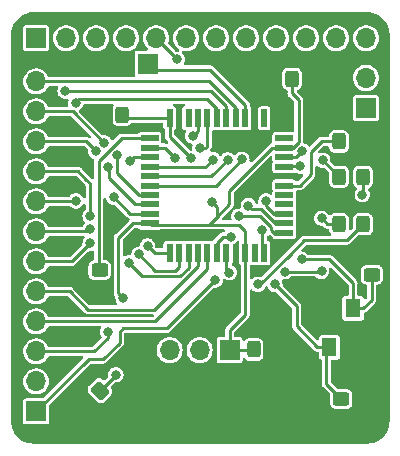
<source format=gbr>
G04 #@! TF.GenerationSoftware,KiCad,Pcbnew,7.0.1*
G04 #@! TF.CreationDate,2023-03-23T13:52:39-07:00*
G04 #@! TF.ProjectId,mcu daughterboard,6d637520-6461-4756-9768-746572626f61,rev?*
G04 #@! TF.SameCoordinates,Original*
G04 #@! TF.FileFunction,Copper,L2,Bot*
G04 #@! TF.FilePolarity,Positive*
%FSLAX46Y46*%
G04 Gerber Fmt 4.6, Leading zero omitted, Abs format (unit mm)*
G04 Created by KiCad (PCBNEW 7.0.1) date 2023-03-23 13:52:39*
%MOMM*%
%LPD*%
G01*
G04 APERTURE LIST*
G04 Aperture macros list*
%AMRoundRect*
0 Rectangle with rounded corners*
0 $1 Rounding radius*
0 $2 $3 $4 $5 $6 $7 $8 $9 X,Y pos of 4 corners*
0 Add a 4 corners polygon primitive as box body*
4,1,4,$2,$3,$4,$5,$6,$7,$8,$9,$2,$3,0*
0 Add four circle primitives for the rounded corners*
1,1,$1+$1,$2,$3*
1,1,$1+$1,$4,$5*
1,1,$1+$1,$6,$7*
1,1,$1+$1,$8,$9*
0 Add four rect primitives between the rounded corners*
20,1,$1+$1,$2,$3,$4,$5,0*
20,1,$1+$1,$4,$5,$6,$7,0*
20,1,$1+$1,$6,$7,$8,$9,0*
20,1,$1+$1,$8,$9,$2,$3,0*%
G04 Aperture macros list end*
G04 #@! TA.AperFunction,ComponentPad*
%ADD10R,1.700000X1.700000*%
G04 #@! TD*
G04 #@! TA.AperFunction,ComponentPad*
%ADD11O,1.700000X1.700000*%
G04 #@! TD*
G04 #@! TA.AperFunction,SMDPad,CuDef*
%ADD12RoundRect,0.250000X-0.088388X0.548008X-0.548008X0.088388X0.088388X-0.548008X0.548008X-0.088388X0*%
G04 #@! TD*
G04 #@! TA.AperFunction,SMDPad,CuDef*
%ADD13RoundRect,0.250000X0.450000X-0.325000X0.450000X0.325000X-0.450000X0.325000X-0.450000X-0.325000X0*%
G04 #@! TD*
G04 #@! TA.AperFunction,SMDPad,CuDef*
%ADD14RoundRect,0.250000X-0.325000X-0.450000X0.325000X-0.450000X0.325000X0.450000X-0.325000X0.450000X0*%
G04 #@! TD*
G04 #@! TA.AperFunction,SMDPad,CuDef*
%ADD15RoundRect,0.250000X-0.450000X0.325000X-0.450000X-0.325000X0.450000X-0.325000X0.450000X0.325000X0*%
G04 #@! TD*
G04 #@! TA.AperFunction,SMDPad,CuDef*
%ADD16R,1.500000X0.550000*%
G04 #@! TD*
G04 #@! TA.AperFunction,SMDPad,CuDef*
%ADD17R,0.550000X1.500000*%
G04 #@! TD*
G04 #@! TA.AperFunction,SMDPad,CuDef*
%ADD18RoundRect,0.250000X0.325000X0.450000X-0.325000X0.450000X-0.325000X-0.450000X0.325000X-0.450000X0*%
G04 #@! TD*
G04 #@! TA.AperFunction,SMDPad,CuDef*
%ADD19R,1.300000X1.600000*%
G04 #@! TD*
G04 #@! TA.AperFunction,ViaPad*
%ADD20C,0.800000*%
G04 #@! TD*
G04 #@! TA.AperFunction,ViaPad*
%ADD21C,0.400000*%
G04 #@! TD*
G04 #@! TA.AperFunction,Conductor*
%ADD22C,0.250000*%
G04 #@! TD*
G04 APERTURE END LIST*
D10*
X141998558Y-112934804D03*
D11*
X139458558Y-112934804D03*
X136918558Y-112934804D03*
X134378558Y-112934804D03*
D10*
X135048558Y-88667304D03*
X153548558Y-92437304D03*
D11*
X153548558Y-89897304D03*
D10*
X125618558Y-86524804D03*
D11*
X128158558Y-86524804D03*
X130698558Y-86524804D03*
X133238558Y-86524804D03*
X135778558Y-86524804D03*
X138318558Y-86524804D03*
X140858558Y-86524804D03*
X143398558Y-86524804D03*
X145938558Y-86524804D03*
X148478558Y-86524804D03*
X151018558Y-86524804D03*
X153558558Y-86524804D03*
D10*
X125628558Y-118124804D03*
D11*
X125628558Y-115584804D03*
X125628558Y-113044804D03*
X125628558Y-110504804D03*
X125628558Y-107964804D03*
X125628558Y-105424804D03*
X125628558Y-102884804D03*
X125628558Y-100344804D03*
X125628558Y-97804804D03*
X125628558Y-95264804D03*
X125628558Y-92724804D03*
X125628558Y-90184804D03*
D12*
X131018126Y-116364132D03*
X129568558Y-117813700D03*
D13*
X151448558Y-117059804D03*
X151448558Y-115009804D03*
X154038558Y-106538700D03*
X154038558Y-104488700D03*
D14*
X147275000Y-89960000D03*
X149325000Y-89960000D03*
D15*
X130998558Y-106149804D03*
X130998558Y-108199804D03*
D14*
X151253558Y-95264804D03*
X153303558Y-95264804D03*
X151253558Y-102264804D03*
X153303558Y-102264804D03*
D16*
X146618558Y-95004804D03*
X146618558Y-95804804D03*
X146618558Y-96604804D03*
X146618558Y-97404804D03*
X146618558Y-98204804D03*
X146618558Y-99004804D03*
X146618558Y-99804804D03*
X146618558Y-100604804D03*
X146618558Y-101404804D03*
X146618558Y-102204804D03*
X146618558Y-103004804D03*
D17*
X144918558Y-104704804D03*
X144118558Y-104704804D03*
X143318558Y-104704804D03*
X142518558Y-104704804D03*
X141718558Y-104704804D03*
X140918558Y-104704804D03*
X140118558Y-104704804D03*
X139318558Y-104704804D03*
X138518558Y-104704804D03*
X137718558Y-104704804D03*
X136918558Y-104704804D03*
D16*
X135218558Y-103004804D03*
X135218558Y-102204804D03*
X135218558Y-101404804D03*
X135218558Y-100604804D03*
X135218558Y-99804804D03*
X135218558Y-99004804D03*
X135218558Y-98204804D03*
X135218558Y-97404804D03*
X135218558Y-96604804D03*
X135218558Y-95804804D03*
X135218558Y-95004804D03*
D17*
X136918558Y-93304804D03*
X137718558Y-93304804D03*
X138518558Y-93304804D03*
X139318558Y-93304804D03*
X140118558Y-93304804D03*
X140918558Y-93304804D03*
X141718558Y-93304804D03*
X142518558Y-93304804D03*
X143318558Y-93304804D03*
X144118558Y-93304804D03*
X144918558Y-93304804D03*
D14*
X144023558Y-112871054D03*
X146073558Y-112871054D03*
D18*
X132915000Y-92990000D03*
X130865000Y-92990000D03*
D14*
X151253558Y-98264804D03*
X153303558Y-98264804D03*
D19*
X150448558Y-112684804D03*
X150448558Y-109384804D03*
X152448558Y-109384804D03*
X152448558Y-112684804D03*
D20*
X149780360Y-106265502D03*
D21*
X144138558Y-104577304D03*
X142548558Y-104577304D03*
D20*
X146671007Y-106296953D03*
X132358558Y-115023700D03*
X140468558Y-100377304D03*
X132988558Y-108533700D03*
X138758558Y-96697804D03*
X140778558Y-106997304D03*
X144778558Y-102797304D03*
X133578558Y-96897304D03*
X131678558Y-111397304D03*
X137378558Y-96697304D03*
X130178558Y-103897304D03*
X133448558Y-105547702D03*
X130178558Y-102697304D03*
X134328060Y-104823202D03*
X132178558Y-99997304D03*
X128978558Y-100297304D03*
X135053061Y-104098203D03*
X130178558Y-101597304D03*
X130671804Y-96104059D03*
X131703058Y-97397304D03*
X132478558Y-96397304D03*
X131378558Y-95397304D03*
X128078558Y-90997304D03*
X128978558Y-91997304D03*
X139478558Y-95797304D03*
X138878558Y-94797304D03*
D21*
X146618558Y-100604804D03*
D20*
X145078558Y-100297304D03*
X143578558Y-100697801D03*
X142778558Y-101597304D03*
X143033558Y-96788700D03*
X141838558Y-96823700D03*
X140578558Y-96797304D03*
X145828558Y-107373700D03*
X141978558Y-106364804D03*
X142078558Y-103342183D03*
X148085009Y-105233755D03*
X149878558Y-96864804D03*
X148161339Y-96062344D03*
X147978558Y-97364804D03*
X149778558Y-101764804D03*
X153228558Y-99767304D03*
X144378558Y-107364804D03*
D21*
X138508558Y-92907304D03*
D20*
X137568558Y-88314804D03*
D22*
X149748909Y-106296953D02*
X146671007Y-106296953D01*
X149780360Y-106265502D02*
X149748909Y-106296953D01*
X147838558Y-93388558D02*
X147838558Y-92686054D01*
X142803558Y-102322304D02*
X143318558Y-102837304D01*
X146618558Y-95804804D02*
X145618558Y-95804804D01*
X141978558Y-100597304D02*
X140948558Y-101627304D01*
X132578558Y-108123700D02*
X132578558Y-103401054D01*
X143959808Y-112934804D02*
X144023558Y-112871054D01*
X136918558Y-94857804D02*
X136918558Y-93304804D01*
X132988558Y-108533700D02*
X132578558Y-108123700D01*
X147275000Y-89960000D02*
X147275000Y-91195000D01*
X147838558Y-91758558D02*
X147838558Y-93388558D01*
X132578558Y-103401054D02*
X133774808Y-102204804D01*
X147359662Y-95804804D02*
X147838558Y-95325908D01*
X132915000Y-92990000D02*
X133229804Y-93304804D01*
X147838558Y-95325908D02*
X147838558Y-93388558D01*
X143318558Y-102837304D02*
X143318558Y-104704804D01*
X143318558Y-109931054D02*
X143318558Y-104704804D01*
X140948558Y-100857304D02*
X140948558Y-101627304D01*
X138758558Y-96697804D02*
X136918558Y-94857804D01*
X141978558Y-99444804D02*
X141978558Y-100597304D01*
X140468558Y-100377304D02*
X140948558Y-100857304D01*
X145618558Y-95804804D02*
X141978558Y-99444804D01*
X140253558Y-102322304D02*
X142803558Y-102322304D01*
X133774808Y-102204804D02*
X135218558Y-102204804D01*
X135336058Y-102322304D02*
X140253558Y-102322304D01*
X147275000Y-91195000D02*
X147838558Y-91758558D01*
X140948558Y-101627304D02*
X140253558Y-102322304D01*
X146618558Y-95804804D02*
X147359662Y-95804804D01*
X133229804Y-93304804D02*
X136918558Y-93304804D01*
X135218558Y-102204804D02*
X135336058Y-102322304D01*
X132358558Y-115023700D02*
X131018126Y-116364132D01*
X141998558Y-112934804D02*
X141998558Y-111251054D01*
X141998558Y-111251054D02*
X143318558Y-109931054D01*
X141998558Y-112934804D02*
X143959808Y-112934804D01*
X136678558Y-111097304D02*
X140778558Y-106997304D01*
X132678558Y-112297304D02*
X132678558Y-111397304D01*
X144778558Y-104564804D02*
X144918558Y-104704804D01*
X130378558Y-113697304D02*
X131278558Y-113697304D01*
X132678558Y-111397304D02*
X132978558Y-111097304D01*
X130056058Y-113697304D02*
X130378558Y-113697304D01*
X135778558Y-111097304D02*
X136678558Y-111097304D01*
X132978558Y-111097304D02*
X135778558Y-111097304D01*
X131278558Y-113697304D02*
X132678558Y-112297304D01*
X125628558Y-118124804D02*
X130056058Y-113697304D01*
X144778558Y-102797304D02*
X144778558Y-104564804D01*
X135218558Y-96604804D02*
X133871058Y-96604804D01*
X133871058Y-96604804D02*
X133578558Y-96897304D01*
X131678558Y-111397304D02*
X131678558Y-111897304D01*
X131678558Y-111897304D02*
X130531058Y-113044804D01*
X136486058Y-95804804D02*
X137378558Y-96697304D01*
X130531058Y-113044804D02*
X125628558Y-113044804D01*
X135218558Y-95804804D02*
X136486058Y-95804804D01*
X135671058Y-110504804D02*
X140118558Y-106057304D01*
X125628558Y-110504804D02*
X135671058Y-110504804D01*
X140118558Y-106057304D02*
X140118558Y-104704804D01*
X139318558Y-105793700D02*
X139318558Y-104704804D01*
X129978558Y-109497304D02*
X135614954Y-109497304D01*
X125628558Y-107964804D02*
X128446058Y-107964804D01*
X128446058Y-107964804D02*
X129978558Y-109497304D01*
X135614954Y-109497304D02*
X139318558Y-105793700D01*
X128651058Y-105424804D02*
X130178558Y-103897304D01*
X138518558Y-105957304D02*
X138518558Y-104704804D01*
X125628558Y-105424804D02*
X128651058Y-105424804D01*
X134548160Y-106647304D02*
X137828558Y-106647304D01*
X133448558Y-105547702D02*
X134548160Y-106647304D01*
X137828558Y-106647304D02*
X138518558Y-105957304D01*
X125628558Y-102884804D02*
X129991058Y-102884804D01*
X129991058Y-102884804D02*
X130178558Y-102697304D01*
X137378558Y-106197304D02*
X137718558Y-105857304D01*
X135702162Y-106197304D02*
X137378558Y-106197304D01*
X137718558Y-105857304D02*
X137718558Y-104704804D01*
X134328060Y-104823202D02*
X135702162Y-106197304D01*
X135218558Y-101404804D02*
X133586058Y-101404804D01*
X128978558Y-100297304D02*
X128931058Y-100344804D01*
X128931058Y-100344804D02*
X125628558Y-100344804D01*
X133586058Y-101404804D02*
X132178558Y-99997304D01*
X129186058Y-97804804D02*
X129878558Y-98497304D01*
X129878558Y-98497304D02*
X130178558Y-98797304D01*
X130178558Y-98797304D02*
X130178558Y-101597304D01*
X135053061Y-104098203D02*
X135659662Y-104704804D01*
X135659662Y-104704804D02*
X136918558Y-104704804D01*
X125628558Y-97804804D02*
X129186058Y-97804804D01*
X131703058Y-97397304D02*
X131778558Y-97472804D01*
X133986058Y-100604804D02*
X135218558Y-100604804D01*
X131778558Y-97472804D02*
X131778558Y-98397304D01*
X129832549Y-95264804D02*
X130671804Y-96104059D01*
X131778558Y-98397304D02*
X133986058Y-100604804D01*
X125628558Y-95264804D02*
X129832549Y-95264804D01*
X132478558Y-97939804D02*
X134343558Y-99804804D01*
X128706058Y-92724804D02*
X131378558Y-95397304D01*
X134343558Y-99804804D02*
X135218558Y-99804804D01*
X125628558Y-92724804D02*
X128706058Y-92724804D01*
X132478558Y-96397304D02*
X132478558Y-97939804D01*
X142518558Y-92429804D02*
X140273558Y-90184804D01*
X140273558Y-90184804D02*
X125628558Y-90184804D01*
X142518558Y-93304804D02*
X142518558Y-92429804D01*
X141718558Y-93304804D02*
X141718558Y-92304804D01*
X140411058Y-90997304D02*
X128078558Y-90997304D01*
X141718558Y-92304804D02*
X140411058Y-90997304D01*
X140918558Y-92537304D02*
X140078558Y-91697304D01*
X129278558Y-91697304D02*
X128978558Y-91997304D01*
X140918558Y-93304804D02*
X140918558Y-92537304D01*
X140078558Y-91697304D02*
X129278558Y-91697304D01*
X140118558Y-93304804D02*
X140118558Y-95657304D01*
X140118558Y-95657304D02*
X139978558Y-95797304D01*
X139978558Y-95797304D02*
X139478558Y-95797304D01*
X139318558Y-94357304D02*
X138878558Y-94797304D01*
X139318558Y-93304804D02*
X139318558Y-94357304D01*
X145078558Y-100297304D02*
X145078558Y-100739804D01*
X145743558Y-101404804D02*
X146618558Y-101404804D01*
X145078558Y-100739804D02*
X145743558Y-101404804D01*
X143578558Y-100697801D02*
X143853061Y-100972304D01*
X143853061Y-100972304D02*
X144646058Y-100972304D01*
X145878558Y-102204804D02*
X146618558Y-102204804D01*
X144646058Y-100972304D02*
X145878558Y-102204804D01*
X144603863Y-101597304D02*
X145503558Y-102496999D01*
X145503558Y-102496999D02*
X145503558Y-102722304D01*
X145503558Y-102722304D02*
X145878558Y-103097304D01*
X142778558Y-101597304D02*
X144603863Y-101597304D01*
X143033558Y-96788700D02*
X140817454Y-99004804D01*
X140817454Y-99004804D02*
X135218558Y-99004804D01*
X140457454Y-98204804D02*
X135218558Y-98204804D01*
X141838558Y-96823700D02*
X140457454Y-98204804D01*
X139953558Y-97422304D02*
X140578558Y-96797304D01*
X135218558Y-97404804D02*
X135236058Y-97422304D01*
X135236058Y-97422304D02*
X139953558Y-97422304D01*
X149436058Y-112684804D02*
X150448558Y-112684804D01*
X150175506Y-112957856D02*
X150175506Y-115786752D01*
X145828558Y-107373700D02*
X147678558Y-109223700D01*
X147678558Y-109223700D02*
X147678558Y-110927304D01*
X141978558Y-106364804D02*
X141718558Y-106104804D01*
X141718558Y-106104804D02*
X141718558Y-104704804D01*
X147678558Y-110927304D02*
X149436058Y-112684804D01*
X151448558Y-117059804D02*
X150175506Y-115786752D01*
X150448558Y-112684804D02*
X150175506Y-112957856D01*
X152448558Y-107273700D02*
X150408613Y-105233755D01*
X150408613Y-105233755D02*
X148085009Y-105233755D01*
X154038558Y-108663700D02*
X154038558Y-106538700D01*
X152448558Y-109384804D02*
X152448558Y-107273700D01*
X153317454Y-109384804D02*
X154038558Y-108663700D01*
X141406179Y-103342183D02*
X140918558Y-103829804D01*
X140918558Y-103829804D02*
X140918558Y-104704804D01*
X152448558Y-109384804D02*
X153317454Y-109384804D01*
X142078558Y-103342183D02*
X141406179Y-103342183D01*
X132845753Y-95004804D02*
X135218558Y-95004804D01*
X130920766Y-96929791D02*
X132845753Y-95004804D01*
X130998558Y-106149804D02*
X130920766Y-106072012D01*
X130920766Y-106072012D02*
X130920766Y-96929791D01*
X147618879Y-96604804D02*
X146618558Y-96604804D01*
X151253558Y-98239804D02*
X149878558Y-96864804D01*
X148161339Y-96062344D02*
X147618879Y-96604804D01*
X151253558Y-98264804D02*
X151253558Y-98239804D01*
X151253558Y-102264804D02*
X150278558Y-102264804D01*
X147978558Y-97364804D02*
X146658558Y-97364804D01*
X146658558Y-97364804D02*
X146618558Y-97404804D01*
X150278558Y-102264804D02*
X149778558Y-101764804D01*
X153228558Y-99767304D02*
X153303558Y-99692304D01*
X153303558Y-99692304D02*
X153303558Y-98264804D01*
X144578558Y-107364804D02*
X144378558Y-107364804D01*
X151938558Y-103629804D02*
X148313558Y-103629804D01*
X153303558Y-102264804D02*
X151938558Y-103629804D01*
X148313558Y-103629804D02*
X147078558Y-104864804D01*
X147078558Y-104864804D02*
X144578558Y-107364804D01*
X148878558Y-96164804D02*
X148878558Y-98064804D01*
X149778558Y-95264804D02*
X148878558Y-96164804D01*
X148878558Y-98064804D02*
X147938558Y-99004804D01*
X151253558Y-95264804D02*
X149778558Y-95264804D01*
X147938558Y-99004804D02*
X146618558Y-99004804D01*
X140358558Y-89207304D02*
X135588558Y-89207304D01*
X135588558Y-89207304D02*
X135048558Y-88667304D01*
X143318558Y-92167304D02*
X140358558Y-89207304D01*
X143318558Y-93304804D02*
X143318558Y-92167304D01*
X137568558Y-88327304D02*
X137568558Y-88314804D01*
X137568558Y-88314804D02*
X135778558Y-86524804D01*
G04 #@! TA.AperFunction,Conductor*
G36*
X134226483Y-102595182D02*
G01*
X134271852Y-102636303D01*
X134287955Y-102660403D01*
X134287956Y-102660403D01*
X134287957Y-102660405D01*
X134370818Y-102715770D01*
X134443884Y-102730304D01*
X135993231Y-102730304D01*
X135993232Y-102730304D01*
X136066298Y-102715770D01*
X136066300Y-102715768D01*
X136069785Y-102715075D01*
X136094831Y-102703230D01*
X136131407Y-102697804D01*
X140190898Y-102697804D01*
X140201547Y-102697804D01*
X140227405Y-102700486D01*
X140237825Y-102702671D01*
X140237825Y-102702670D01*
X140237826Y-102702671D01*
X140269107Y-102698771D01*
X140284691Y-102697804D01*
X141492851Y-102697804D01*
X141558036Y-102715976D01*
X141604419Y-102765249D01*
X141618621Y-102831413D01*
X141596546Y-102895381D01*
X141584895Y-102912260D01*
X141539755Y-102952251D01*
X141481200Y-102966683D01*
X141458190Y-102966683D01*
X141432332Y-102964001D01*
X141421911Y-102961815D01*
X141394469Y-102965236D01*
X141390629Y-102965715D01*
X141375078Y-102966680D01*
X141354595Y-102970098D01*
X141349450Y-102970847D01*
X141289610Y-102978307D01*
X141236593Y-103006997D01*
X141231969Y-103009377D01*
X141177775Y-103035873D01*
X141136932Y-103080239D01*
X141133328Y-103083995D01*
X140689810Y-103527512D01*
X140669635Y-103543896D01*
X140660720Y-103549720D01*
X140641355Y-103574600D01*
X140631041Y-103586281D01*
X140618975Y-103603180D01*
X140615865Y-103607350D01*
X140571781Y-103663990D01*
X140516327Y-103704676D01*
X140447768Y-103710179D01*
X140418232Y-103704304D01*
X139818884Y-103704304D01*
X139745818Y-103718838D01*
X139745817Y-103718838D01*
X139743140Y-103719371D01*
X139693976Y-103719371D01*
X139691298Y-103718838D01*
X139618232Y-103704304D01*
X139018884Y-103704304D01*
X138945818Y-103718838D01*
X138945817Y-103718838D01*
X138943140Y-103719371D01*
X138893976Y-103719371D01*
X138891298Y-103718838D01*
X138818232Y-103704304D01*
X138218884Y-103704304D01*
X138145818Y-103718838D01*
X138145817Y-103718838D01*
X138143140Y-103719371D01*
X138093976Y-103719371D01*
X138091298Y-103718838D01*
X138018232Y-103704304D01*
X137418884Y-103704304D01*
X137345818Y-103718838D01*
X137345817Y-103718838D01*
X137343140Y-103719371D01*
X137293976Y-103719371D01*
X137291298Y-103718838D01*
X137218232Y-103704304D01*
X136618884Y-103704304D01*
X136556652Y-103716683D01*
X136545818Y-103718838D01*
X136462957Y-103774203D01*
X136407592Y-103857064D01*
X136393058Y-103930131D01*
X136393058Y-104203304D01*
X136376177Y-104266304D01*
X136330058Y-104312423D01*
X136267058Y-104329304D01*
X135867390Y-104329304D01*
X135819172Y-104319713D01*
X135778295Y-104292399D01*
X135738267Y-104252371D01*
X135708254Y-104204377D01*
X135702281Y-104148091D01*
X135708339Y-104098203D01*
X135689298Y-103941385D01*
X135633281Y-103793680D01*
X135543544Y-103663673D01*
X135456186Y-103586281D01*
X135425299Y-103558918D01*
X135285429Y-103485508D01*
X135285426Y-103485507D01*
X135132046Y-103447703D01*
X134974076Y-103447703D01*
X134820696Y-103485507D01*
X134820692Y-103485508D01*
X134680822Y-103558918D01*
X134562577Y-103663673D01*
X134472840Y-103793680D01*
X134416823Y-103941385D01*
X134402192Y-104061890D01*
X134380807Y-104118278D01*
X134335666Y-104158269D01*
X134277111Y-104172702D01*
X134249075Y-104172702D01*
X134120562Y-104204377D01*
X134095691Y-104210507D01*
X133955821Y-104283917D01*
X133837576Y-104388672D01*
X133747839Y-104518679D01*
X133691822Y-104666384D01*
X133676980Y-104788622D01*
X133649500Y-104853121D01*
X133591802Y-104892949D01*
X133542842Y-104894923D01*
X133542842Y-104897202D01*
X133527543Y-104897202D01*
X133369573Y-104897202D01*
X133216193Y-104935006D01*
X133138611Y-104975724D01*
X133076252Y-104990099D01*
X133014873Y-104971984D01*
X132970310Y-104926054D01*
X132954058Y-104864156D01*
X132954058Y-103608782D01*
X132963649Y-103560564D01*
X132990963Y-103519686D01*
X133893442Y-102617208D01*
X133934319Y-102589895D01*
X133982537Y-102580304D01*
X134167087Y-102580304D01*
X134226483Y-102595182D01*
G37*
G04 #@! TD.AperFunction*
G04 #@! TA.AperFunction,Conductor*
G36*
X142762762Y-103733259D02*
G01*
X142802504Y-103788483D01*
X142807740Y-103856318D01*
X142793058Y-103930130D01*
X142793058Y-104011260D01*
X142779731Y-104067659D01*
X142742568Y-104112128D01*
X142689431Y-104135258D01*
X142631562Y-104132157D01*
X142613330Y-104126804D01*
X142494549Y-104126804D01*
X142430672Y-104109412D01*
X142384429Y-104062038D01*
X142368586Y-103997760D01*
X142387516Y-103934322D01*
X142435993Y-103889237D01*
X142450797Y-103881467D01*
X142478342Y-103857064D01*
X142569041Y-103776713D01*
X142580466Y-103760159D01*
X142632794Y-103716683D01*
X142700102Y-103706750D01*
X142762762Y-103733259D01*
G37*
G04 #@! TD.AperFunction*
G04 #@! TA.AperFunction,Conductor*
G36*
X145566119Y-96538595D02*
G01*
X145604325Y-96583328D01*
X145618058Y-96640531D01*
X145618058Y-96904478D01*
X145629028Y-96959628D01*
X145633125Y-96980221D01*
X145633125Y-97029385D01*
X145632592Y-97032063D01*
X145632592Y-97032064D01*
X145618058Y-97105130D01*
X145618058Y-97704478D01*
X145632592Y-97777544D01*
X145687957Y-97860405D01*
X145770818Y-97915770D01*
X145843884Y-97930304D01*
X147393231Y-97930304D01*
X147393232Y-97930304D01*
X147466298Y-97915770D01*
X147475433Y-97909665D01*
X147538775Y-97888607D01*
X147603989Y-97902864D01*
X147606316Y-97904085D01*
X147606318Y-97904087D01*
X147746193Y-97977500D01*
X147899573Y-98015304D01*
X148057543Y-98015304D01*
X148057544Y-98015304D01*
X148069212Y-98012428D01*
X148133934Y-98013600D01*
X148189532Y-98046753D01*
X148221332Y-98103136D01*
X148220941Y-98167867D01*
X148188462Y-98223861D01*
X147819924Y-98592399D01*
X147779047Y-98619713D01*
X147730829Y-98629304D01*
X147670029Y-98629304D01*
X147610633Y-98614426D01*
X147565264Y-98573305D01*
X147549160Y-98549204D01*
X147549159Y-98549203D01*
X147466298Y-98493838D01*
X147393232Y-98479304D01*
X145843884Y-98479304D01*
X145770818Y-98493838D01*
X145687957Y-98549203D01*
X145632592Y-98632064D01*
X145618058Y-98705130D01*
X145618058Y-99304478D01*
X145632462Y-99376892D01*
X145633125Y-99380222D01*
X145633125Y-99429386D01*
X145618058Y-99505131D01*
X145618058Y-99637376D01*
X145601806Y-99699274D01*
X145557243Y-99745204D01*
X145495864Y-99763319D01*
X145433503Y-99748943D01*
X145310925Y-99684609D01*
X145310924Y-99684608D01*
X145310923Y-99684608D01*
X145157543Y-99646804D01*
X144999573Y-99646804D01*
X144846193Y-99684608D01*
X144846189Y-99684609D01*
X144706319Y-99758019D01*
X144588074Y-99862774D01*
X144498337Y-99992781D01*
X144442320Y-100140487D01*
X144423280Y-100297304D01*
X144439905Y-100434226D01*
X144432636Y-100494093D01*
X144398377Y-100543726D01*
X144344978Y-100571752D01*
X144284670Y-100571752D01*
X144231270Y-100543725D01*
X144197012Y-100494093D01*
X144158778Y-100393278D01*
X144069041Y-100263271D01*
X143950796Y-100158516D01*
X143810926Y-100085106D01*
X143810923Y-100085105D01*
X143657543Y-100047301D01*
X143499573Y-100047301D01*
X143367161Y-100079937D01*
X143346189Y-100085106D01*
X143206319Y-100158516D01*
X143088074Y-100263271D01*
X142998337Y-100393278D01*
X142942320Y-100540984D01*
X142923280Y-100697801D01*
X142936371Y-100805617D01*
X142925125Y-100874819D01*
X142878633Y-100927298D01*
X142811290Y-100946804D01*
X142699573Y-100946804D01*
X142546193Y-100984608D01*
X142546191Y-100984608D01*
X142546191Y-100984609D01*
X142397091Y-101062862D01*
X142331009Y-101077069D01*
X142267093Y-101055081D01*
X142256076Y-101041905D01*
X142280071Y-101074861D01*
X142288411Y-101135832D01*
X142266879Y-101193481D01*
X142198337Y-101292780D01*
X142142320Y-101440487D01*
X142123280Y-101597303D01*
X142142320Y-101754119D01*
X142150666Y-101776125D01*
X142157934Y-101835993D01*
X142136549Y-101892381D01*
X142091408Y-101932372D01*
X142032853Y-101946804D01*
X141464284Y-101946804D01*
X141407081Y-101933071D01*
X141362348Y-101894865D01*
X141339835Y-101840515D01*
X141344451Y-101781868D01*
X141375189Y-101731709D01*
X141699071Y-101407827D01*
X142074090Y-101032808D01*
X142126911Y-101001239D01*
X142188386Y-100998451D01*
X142240816Y-101023654D01*
X142223737Y-101003226D01*
X142213417Y-100936426D01*
X142239102Y-100873908D01*
X142255760Y-100852504D01*
X142266066Y-100840836D01*
X142266070Y-100840829D01*
X142266078Y-100840822D01*
X142278163Y-100823892D01*
X142281232Y-100819778D01*
X142313367Y-100778493D01*
X142313367Y-100778491D01*
X142318284Y-100772175D01*
X142320568Y-100764503D01*
X142335495Y-100714360D01*
X142337070Y-100709446D01*
X142346553Y-100681826D01*
X142354058Y-100659964D01*
X142354058Y-100659963D01*
X142356657Y-100652393D01*
X142354166Y-100592160D01*
X142354058Y-100586953D01*
X142354058Y-99652531D01*
X142363649Y-99604313D01*
X142390963Y-99563436D01*
X145402963Y-96551436D01*
X145453122Y-96520698D01*
X145511769Y-96516082D01*
X145566119Y-96538595D01*
G37*
G04 #@! TD.AperFunction*
G04 #@! TA.AperFunction,Conductor*
G36*
X138162814Y-92087682D02*
G01*
X138208183Y-92128802D01*
X138228811Y-92186454D01*
X138219827Y-92247023D01*
X138183351Y-92296204D01*
X138166242Y-92304295D01*
X138166657Y-92304915D01*
X138145819Y-92318837D01*
X138145818Y-92318838D01*
X138062957Y-92374203D01*
X138007592Y-92457064D01*
X137993058Y-92530130D01*
X137993058Y-94079478D01*
X138007592Y-94152544D01*
X138062957Y-94235405D01*
X138145818Y-94290770D01*
X138214524Y-94304436D01*
X138270241Y-94330918D01*
X138306710Y-94380675D01*
X138315187Y-94441781D01*
X138301788Y-94477727D01*
X138303763Y-94478476D01*
X138242320Y-94640487D01*
X138223280Y-94797304D01*
X138242320Y-94954120D01*
X138298337Y-95101826D01*
X138388074Y-95231833D01*
X138506319Y-95336588D01*
X138562938Y-95366304D01*
X138646193Y-95410000D01*
X138767404Y-95439875D01*
X138828120Y-95474929D01*
X138860702Y-95537009D01*
X138855061Y-95606893D01*
X138842320Y-95640486D01*
X138823280Y-95797304D01*
X138836492Y-95906117D01*
X138825246Y-95975319D01*
X138778754Y-96027798D01*
X138711411Y-96047304D01*
X138691286Y-96047304D01*
X138643068Y-96037713D01*
X138602191Y-96010399D01*
X137330963Y-94739171D01*
X137303649Y-94698294D01*
X137294058Y-94650076D01*
X137294058Y-94356275D01*
X137308936Y-94296879D01*
X137350057Y-94251510D01*
X137366975Y-94240205D01*
X137374159Y-94235405D01*
X137429524Y-94152544D01*
X137444058Y-94079478D01*
X137444058Y-92530130D01*
X137429524Y-92457064D01*
X137374159Y-92374203D01*
X137291298Y-92318838D01*
X137291296Y-92318837D01*
X137270459Y-92304915D01*
X137270873Y-92304295D01*
X137253765Y-92296204D01*
X137217289Y-92247023D01*
X137208305Y-92186454D01*
X137228933Y-92128802D01*
X137274302Y-92087682D01*
X137333698Y-92072804D01*
X138103418Y-92072804D01*
X138162814Y-92087682D01*
G37*
G04 #@! TD.AperFunction*
G04 #@! TA.AperFunction,Conductor*
G36*
X132129038Y-92091607D02*
G01*
X132175492Y-92142404D01*
X132188318Y-92210035D01*
X132163688Y-92274313D01*
X132146204Y-92297668D01*
X132095909Y-92432517D01*
X132089500Y-92492127D01*
X132089500Y-93487874D01*
X132095908Y-93547481D01*
X132146204Y-93682331D01*
X132232453Y-93797546D01*
X132318703Y-93862112D01*
X132347669Y-93883796D01*
X132482517Y-93934091D01*
X132542127Y-93940500D01*
X133287872Y-93940499D01*
X133287874Y-93940499D01*
X133317677Y-93937294D01*
X133347483Y-93934091D01*
X133482331Y-93883796D01*
X133597546Y-93797546D01*
X133647515Y-93730795D01*
X133691984Y-93693632D01*
X133748384Y-93680304D01*
X136267058Y-93680304D01*
X136330058Y-93697185D01*
X136376177Y-93743304D01*
X136393058Y-93806304D01*
X136393058Y-94079478D01*
X136407592Y-94152544D01*
X136462957Y-94235405D01*
X136462958Y-94235406D01*
X136487059Y-94251510D01*
X136528180Y-94296879D01*
X136543058Y-94356275D01*
X136543058Y-94805793D01*
X136540376Y-94831651D01*
X136538190Y-94842071D01*
X136542090Y-94873351D01*
X136543056Y-94888908D01*
X136546473Y-94909387D01*
X136547223Y-94914537D01*
X136554681Y-94974371D01*
X136583371Y-95027386D01*
X136585753Y-95032013D01*
X136612248Y-95086207D01*
X136656614Y-95127050D01*
X136660371Y-95130655D01*
X136784496Y-95254780D01*
X136817286Y-95311935D01*
X136816741Y-95377826D01*
X136783011Y-95434432D01*
X136725320Y-95466271D01*
X136659447Y-95464637D01*
X136603133Y-95447871D01*
X136598176Y-95446282D01*
X136541147Y-95426704D01*
X136480914Y-95429196D01*
X136475707Y-95429304D01*
X136345058Y-95429304D01*
X136282058Y-95412423D01*
X136235939Y-95366304D01*
X136219058Y-95303304D01*
X136219058Y-94705131D01*
X136217698Y-94698294D01*
X136204524Y-94632064D01*
X136149159Y-94549203D01*
X136066298Y-94493838D01*
X135993232Y-94479304D01*
X134443884Y-94479304D01*
X134376132Y-94492781D01*
X134370818Y-94493838D01*
X134287955Y-94549204D01*
X134271852Y-94573305D01*
X134226483Y-94614426D01*
X134167087Y-94629304D01*
X132897763Y-94629304D01*
X132871906Y-94626622D01*
X132870009Y-94626224D01*
X132861484Y-94624436D01*
X132833665Y-94627904D01*
X132830203Y-94628336D01*
X132814652Y-94629301D01*
X132794169Y-94632719D01*
X132789024Y-94633468D01*
X132729184Y-94640928D01*
X132676167Y-94669618D01*
X132671543Y-94671998D01*
X132617349Y-94698494D01*
X132576494Y-94742873D01*
X132572890Y-94746628D01*
X132170259Y-95149259D01*
X132116827Y-95181012D01*
X132054717Y-95183357D01*
X131999042Y-95155725D01*
X131963352Y-95104844D01*
X131958778Y-95092781D01*
X131869041Y-94962774D01*
X131829126Y-94927413D01*
X131750796Y-94858019D01*
X131610926Y-94784609D01*
X131610923Y-94784608D01*
X131457543Y-94746804D01*
X131311286Y-94746804D01*
X131263068Y-94737213D01*
X131222191Y-94709899D01*
X129273882Y-92761590D01*
X129243262Y-92711793D01*
X129238411Y-92653536D01*
X129260374Y-92599361D01*
X129304422Y-92560928D01*
X129350796Y-92536588D01*
X129350795Y-92536588D01*
X129350798Y-92536587D01*
X129469041Y-92431834D01*
X129558778Y-92301827D01*
X129614795Y-92154122D01*
X129614794Y-92154122D01*
X129641734Y-92111521D01*
X129683218Y-92082887D01*
X129732606Y-92072804D01*
X132062820Y-92072804D01*
X132129038Y-92091607D01*
G37*
G04 #@! TD.AperFunction*
G04 #@! TA.AperFunction,Conductor*
G36*
X153642680Y-84314470D02*
G01*
X153651489Y-84315047D01*
X153878263Y-84329906D01*
X153894578Y-84332054D01*
X154102104Y-84373330D01*
X154122084Y-84377305D01*
X154138005Y-84381571D01*
X154357641Y-84456126D01*
X154372868Y-84462433D01*
X154423389Y-84487347D01*
X154580901Y-84565023D01*
X154595158Y-84573254D01*
X154788010Y-84702115D01*
X154788028Y-84702127D01*
X154801104Y-84712161D01*
X154975491Y-84865098D01*
X154987145Y-84876753D01*
X155083160Y-84986241D01*
X155140072Y-85051138D01*
X155150104Y-85064212D01*
X155278966Y-85257077D01*
X155287207Y-85271351D01*
X155389787Y-85479380D01*
X155396094Y-85494608D01*
X155470644Y-85714250D01*
X155474909Y-85730171D01*
X155520149Y-85957659D01*
X155522300Y-85974000D01*
X155537788Y-86210461D01*
X155538057Y-86218699D01*
X155538056Y-86255282D01*
X155538058Y-86255299D01*
X155538058Y-118949578D01*
X155537788Y-118957819D01*
X155522347Y-119193389D01*
X155520196Y-119209729D01*
X155474945Y-119437221D01*
X155470679Y-119453142D01*
X155396122Y-119672777D01*
X155389815Y-119688004D01*
X155287225Y-119896032D01*
X155278983Y-119910306D01*
X155150114Y-120103168D01*
X155140081Y-120116243D01*
X154987152Y-120290623D01*
X154975497Y-120302278D01*
X154801105Y-120455212D01*
X154788029Y-120465245D01*
X154595176Y-120594101D01*
X154580903Y-120602342D01*
X154372867Y-120704930D01*
X154357639Y-120711237D01*
X154138000Y-120785790D01*
X154122080Y-120790055D01*
X153894592Y-120835301D01*
X153878251Y-120837452D01*
X153642033Y-120852930D01*
X153633795Y-120853200D01*
X125392685Y-120853200D01*
X125384442Y-120852930D01*
X125148867Y-120837485D01*
X125132527Y-120835334D01*
X124905027Y-120790078D01*
X124889108Y-120785812D01*
X124669467Y-120711253D01*
X124654249Y-120704949D01*
X124446212Y-120602357D01*
X124431940Y-120594117D01*
X124239074Y-120465250D01*
X124225999Y-120455217D01*
X124096463Y-120341621D01*
X124051607Y-120302284D01*
X124039955Y-120290632D01*
X123887010Y-120116235D01*
X123876978Y-120103162D01*
X123748108Y-119910306D01*
X123739872Y-119896040D01*
X123637276Y-119688012D01*
X123630970Y-119672792D01*
X123556399Y-119453138D01*
X123552134Y-119437222D01*
X123537640Y-119364371D01*
X123506872Y-119209724D01*
X123504721Y-119193389D01*
X123498030Y-119091379D01*
X123489328Y-118958695D01*
X123489058Y-118950449D01*
X123489058Y-115584804D01*
X124523343Y-115584804D01*
X124542161Y-115787889D01*
X124589905Y-115955688D01*
X124597976Y-115984054D01*
X124688885Y-116166625D01*
X124811794Y-116329383D01*
X124962517Y-116466785D01*
X124962519Y-116466786D01*
X124962520Y-116466787D01*
X125135917Y-116574150D01*
X125135919Y-116574150D01*
X125135921Y-116574152D01*
X125326102Y-116647828D01*
X125526582Y-116685304D01*
X125730532Y-116685304D01*
X125730534Y-116685304D01*
X125931014Y-116647828D01*
X126121195Y-116574152D01*
X126294599Y-116466785D01*
X126445322Y-116329383D01*
X126568231Y-116166625D01*
X126659140Y-115984054D01*
X126714955Y-115787887D01*
X126733773Y-115584804D01*
X126714955Y-115381721D01*
X126659140Y-115185554D01*
X126568231Y-115002983D01*
X126445322Y-114840225D01*
X126294599Y-114702823D01*
X126294596Y-114702821D01*
X126294595Y-114702820D01*
X126121198Y-114595457D01*
X125931014Y-114521780D01*
X125730534Y-114484304D01*
X125526582Y-114484304D01*
X125392928Y-114509288D01*
X125326101Y-114521780D01*
X125135917Y-114595457D01*
X124962520Y-114702820D01*
X124811793Y-114840226D01*
X124688886Y-115002981D01*
X124597975Y-115185556D01*
X124542161Y-115381718D01*
X124523343Y-115584804D01*
X123489058Y-115584804D01*
X123489058Y-113044803D01*
X124523343Y-113044803D01*
X124542161Y-113247889D01*
X124558363Y-113304832D01*
X124597976Y-113444054D01*
X124688885Y-113626625D01*
X124811794Y-113789383D01*
X124962517Y-113926785D01*
X124962519Y-113926786D01*
X124962520Y-113926787D01*
X125135917Y-114034150D01*
X125135919Y-114034150D01*
X125135921Y-114034152D01*
X125326102Y-114107828D01*
X125526582Y-114145304D01*
X125730532Y-114145304D01*
X125730534Y-114145304D01*
X125931014Y-114107828D01*
X126121195Y-114034152D01*
X126294599Y-113926785D01*
X126445322Y-113789383D01*
X126568231Y-113626625D01*
X126636192Y-113490139D01*
X126682652Y-113439177D01*
X126748982Y-113420304D01*
X129497830Y-113420304D01*
X129555033Y-113434037D01*
X129599766Y-113472243D01*
X129622279Y-113526593D01*
X129617663Y-113585240D01*
X129586925Y-113635399D01*
X126234925Y-116987399D01*
X126194048Y-117014713D01*
X126145830Y-117024304D01*
X124753884Y-117024304D01*
X124680818Y-117038838D01*
X124597957Y-117094203D01*
X124542592Y-117177064D01*
X124528058Y-117250130D01*
X124528058Y-118999478D01*
X124542592Y-119072544D01*
X124597957Y-119155405D01*
X124680818Y-119210770D01*
X124753884Y-119225304D01*
X126503231Y-119225304D01*
X126503232Y-119225304D01*
X126576298Y-119210770D01*
X126659159Y-119155405D01*
X126714524Y-119072544D01*
X126729058Y-118999478D01*
X126729058Y-117607531D01*
X126738649Y-117559313D01*
X126765963Y-117518436D01*
X128008656Y-116275743D01*
X129964471Y-116275743D01*
X129984953Y-116418203D01*
X130044740Y-116549116D01*
X130082358Y-116595797D01*
X130786460Y-117299898D01*
X130833141Y-117337517D01*
X130964054Y-117397304D01*
X130964055Y-117397304D01*
X130964057Y-117397305D01*
X131106514Y-117417786D01*
X131248972Y-117397305D01*
X131379887Y-117337517D01*
X131426570Y-117299898D01*
X131953891Y-116772576D01*
X131991511Y-116725893D01*
X132051299Y-116594978D01*
X132071780Y-116452520D01*
X132051299Y-116310063D01*
X132035625Y-116275743D01*
X131991511Y-116179147D01*
X131949655Y-116127207D01*
X131951217Y-116125947D01*
X131923848Y-116078562D01*
X131923841Y-116013331D01*
X131956452Y-115956841D01*
X132202192Y-115711101D01*
X132243066Y-115683791D01*
X132291284Y-115674200D01*
X132437541Y-115674200D01*
X132437543Y-115674200D01*
X132590923Y-115636396D01*
X132730798Y-115562983D01*
X132849041Y-115458230D01*
X132938778Y-115328223D01*
X132994795Y-115180518D01*
X133013836Y-115023700D01*
X132994795Y-114866882D01*
X132938778Y-114719177D01*
X132849041Y-114589170D01*
X132730798Y-114484417D01*
X132730796Y-114484415D01*
X132590926Y-114411005D01*
X132590923Y-114411004D01*
X132437543Y-114373200D01*
X132279573Y-114373200D01*
X132126193Y-114411004D01*
X132126189Y-114411005D01*
X131986319Y-114484415D01*
X131868074Y-114589170D01*
X131778337Y-114719177D01*
X131722320Y-114866883D01*
X131703279Y-115023700D01*
X131709337Y-115073586D01*
X131703364Y-115129875D01*
X131673351Y-115177868D01*
X131425418Y-115425801D01*
X131368934Y-115458413D01*
X131303712Y-115458413D01*
X131256308Y-115431043D01*
X131255051Y-115432604D01*
X131203110Y-115390746D01*
X131072197Y-115330959D01*
X130929737Y-115310477D01*
X130787278Y-115330959D01*
X130656366Y-115390745D01*
X130609680Y-115428367D01*
X130082359Y-115955689D01*
X130044740Y-116002371D01*
X129984953Y-116133284D01*
X129964471Y-116275743D01*
X128008656Y-116275743D01*
X130174690Y-114109709D01*
X130215567Y-114082395D01*
X130263785Y-114072804D01*
X130315898Y-114072804D01*
X130409672Y-114072804D01*
X131226547Y-114072804D01*
X131252405Y-114075486D01*
X131262825Y-114077671D01*
X131262825Y-114077670D01*
X131262826Y-114077671D01*
X131294107Y-114073771D01*
X131309660Y-114072805D01*
X131309666Y-114072804D01*
X131309672Y-114072804D01*
X131330147Y-114069386D01*
X131335236Y-114068644D01*
X131387184Y-114062170D01*
X131387184Y-114062169D01*
X131395125Y-114061180D01*
X131402166Y-114057369D01*
X131402168Y-114057369D01*
X131448179Y-114032468D01*
X131452714Y-114030133D01*
X131499769Y-114007130D01*
X131499771Y-114007127D01*
X131506963Y-114003612D01*
X131547815Y-113959234D01*
X131551398Y-113955499D01*
X132572095Y-112934803D01*
X135813343Y-112934803D01*
X135832161Y-113137889D01*
X135887975Y-113334051D01*
X135887976Y-113334054D01*
X135978885Y-113516625D01*
X136101794Y-113679383D01*
X136252517Y-113816785D01*
X136252519Y-113816786D01*
X136252520Y-113816787D01*
X136425917Y-113924150D01*
X136425919Y-113924150D01*
X136425921Y-113924152D01*
X136616102Y-113997828D01*
X136816582Y-114035304D01*
X137020532Y-114035304D01*
X137020534Y-114035304D01*
X137221014Y-113997828D01*
X137411195Y-113924152D01*
X137584599Y-113816785D01*
X137735322Y-113679383D01*
X137858231Y-113516625D01*
X137949140Y-113334054D01*
X138004955Y-113137887D01*
X138023773Y-112934804D01*
X138023773Y-112934803D01*
X138353343Y-112934803D01*
X138372161Y-113137889D01*
X138427975Y-113334051D01*
X138427976Y-113334054D01*
X138518885Y-113516625D01*
X138641794Y-113679383D01*
X138792517Y-113816785D01*
X138792519Y-113816786D01*
X138792520Y-113816787D01*
X138965917Y-113924150D01*
X138965919Y-113924150D01*
X138965921Y-113924152D01*
X139156102Y-113997828D01*
X139356582Y-114035304D01*
X139560532Y-114035304D01*
X139560534Y-114035304D01*
X139761014Y-113997828D01*
X139951195Y-113924152D01*
X140124599Y-113816785D01*
X140275322Y-113679383D01*
X140398231Y-113516625D01*
X140489140Y-113334054D01*
X140544955Y-113137887D01*
X140563773Y-112934804D01*
X140544955Y-112731721D01*
X140489140Y-112535554D01*
X140398231Y-112352983D01*
X140275322Y-112190225D01*
X140124599Y-112052823D01*
X140124596Y-112052821D01*
X140124595Y-112052820D01*
X139951198Y-111945457D01*
X139761014Y-111871780D01*
X139748378Y-111869418D01*
X139560534Y-111834304D01*
X139356582Y-111834304D01*
X139278832Y-111848838D01*
X139156101Y-111871780D01*
X138965917Y-111945457D01*
X138792520Y-112052820D01*
X138641793Y-112190226D01*
X138518886Y-112352981D01*
X138427975Y-112535556D01*
X138372161Y-112731718D01*
X138353343Y-112934803D01*
X138023773Y-112934803D01*
X138004955Y-112731721D01*
X137949140Y-112535554D01*
X137858231Y-112352983D01*
X137735322Y-112190225D01*
X137584599Y-112052823D01*
X137584596Y-112052821D01*
X137584595Y-112052820D01*
X137411198Y-111945457D01*
X137221014Y-111871780D01*
X137208378Y-111869418D01*
X137020534Y-111834304D01*
X136816582Y-111834304D01*
X136738832Y-111848838D01*
X136616101Y-111871780D01*
X136425917Y-111945457D01*
X136252520Y-112052820D01*
X136101793Y-112190226D01*
X135978886Y-112352981D01*
X135887975Y-112535556D01*
X135832161Y-112731718D01*
X135813343Y-112934803D01*
X132572095Y-112934803D01*
X132907303Y-112599595D01*
X132927477Y-112583213D01*
X132936394Y-112577388D01*
X132955756Y-112552510D01*
X132966066Y-112540836D01*
X132966070Y-112540829D01*
X132966078Y-112540822D01*
X132978163Y-112523892D01*
X132981232Y-112519778D01*
X133013367Y-112478493D01*
X133013367Y-112478491D01*
X133018284Y-112472175D01*
X133020568Y-112464503D01*
X133035495Y-112414360D01*
X133037070Y-112409446D01*
X133049521Y-112373181D01*
X133054058Y-112359964D01*
X133054058Y-112359963D01*
X133056657Y-112352393D01*
X133054166Y-112292160D01*
X133054058Y-112286953D01*
X133054058Y-111605031D01*
X133063649Y-111556813D01*
X133090963Y-111515936D01*
X133097190Y-111509709D01*
X133138067Y-111482395D01*
X133186285Y-111472804D01*
X135715898Y-111472804D01*
X135809672Y-111472804D01*
X136626547Y-111472804D01*
X136652405Y-111475486D01*
X136662825Y-111477671D01*
X136662825Y-111477670D01*
X136662826Y-111477671D01*
X136694107Y-111473771D01*
X136709660Y-111472805D01*
X136709666Y-111472804D01*
X136709672Y-111472804D01*
X136730147Y-111469386D01*
X136735236Y-111468644D01*
X136787184Y-111462170D01*
X136787184Y-111462169D01*
X136795125Y-111461180D01*
X136802166Y-111457369D01*
X136802168Y-111457369D01*
X136848179Y-111432468D01*
X136852714Y-111430133D01*
X136899769Y-111407130D01*
X136899771Y-111407127D01*
X136906963Y-111403612D01*
X136947816Y-111359233D01*
X136951399Y-111355498D01*
X140622189Y-107684708D01*
X140663066Y-107657395D01*
X140711284Y-107647804D01*
X140857541Y-107647804D01*
X140857543Y-107647804D01*
X141010923Y-107610000D01*
X141150798Y-107536587D01*
X141269041Y-107431834D01*
X141358778Y-107301827D01*
X141414795Y-107154122D01*
X141432807Y-107005778D01*
X141454191Y-106949392D01*
X141499332Y-106909401D01*
X141557887Y-106894968D01*
X141616442Y-106909401D01*
X141664880Y-106934823D01*
X141746193Y-106977500D01*
X141899573Y-107015304D01*
X142057541Y-107015304D01*
X142057543Y-107015304D01*
X142210923Y-106977500D01*
X142350798Y-106904087D01*
X142469041Y-106799334D01*
X142558778Y-106669327D01*
X142614795Y-106521622D01*
X142633836Y-106364804D01*
X142614795Y-106207986D01*
X142558778Y-106060281D01*
X142469041Y-105930274D01*
X142444233Y-105908296D01*
X142350796Y-105825518D01*
X142250004Y-105772619D01*
X142199758Y-105724600D01*
X142182616Y-105657246D01*
X142203792Y-105591054D01*
X142229524Y-105552544D01*
X142244058Y-105479478D01*
X142244058Y-105125730D01*
X142257386Y-105069330D01*
X142294549Y-105024862D01*
X142347686Y-105001732D01*
X142405555Y-105004833D01*
X142409149Y-105005889D01*
X142483785Y-105027804D01*
X142483786Y-105027804D01*
X142613330Y-105027804D01*
X142631562Y-105022451D01*
X142689431Y-105019350D01*
X142742568Y-105042480D01*
X142779731Y-105086949D01*
X142793058Y-105143348D01*
X142793058Y-105479478D01*
X142807592Y-105552544D01*
X142862957Y-105635405D01*
X142862958Y-105635406D01*
X142887059Y-105651510D01*
X142928180Y-105696879D01*
X142943058Y-105756275D01*
X142943058Y-109723326D01*
X142933467Y-109771544D01*
X142906153Y-109812422D01*
X141769810Y-110948762D01*
X141749635Y-110965146D01*
X141740720Y-110970970D01*
X141721355Y-110995850D01*
X141711041Y-111007531D01*
X141698975Y-111024430D01*
X141695866Y-111028599D01*
X141658832Y-111076181D01*
X141641633Y-111133949D01*
X141640046Y-111138902D01*
X141620458Y-111195963D01*
X141622950Y-111256198D01*
X141623058Y-111261405D01*
X141623058Y-111708304D01*
X141606177Y-111771304D01*
X141560058Y-111817423D01*
X141497058Y-111834304D01*
X141123884Y-111834304D01*
X141050818Y-111848838D01*
X140967957Y-111904203D01*
X140912592Y-111987064D01*
X140898058Y-112060130D01*
X140898058Y-113809478D01*
X140912592Y-113882544D01*
X140967957Y-113965405D01*
X141050818Y-114020770D01*
X141123884Y-114035304D01*
X142873231Y-114035304D01*
X142873232Y-114035304D01*
X142946298Y-114020770D01*
X143029159Y-113965405D01*
X143084524Y-113882544D01*
X143099058Y-113809478D01*
X143099058Y-113733958D01*
X143114470Y-113673573D01*
X143156937Y-113627960D01*
X143216069Y-113608279D01*
X143277400Y-113619344D01*
X143325926Y-113658448D01*
X143341012Y-113678600D01*
X143456227Y-113764850D01*
X143591075Y-113815145D01*
X143650685Y-113821554D01*
X144396430Y-113821553D01*
X144396432Y-113821553D01*
X144426235Y-113818349D01*
X144456041Y-113815145D01*
X144590889Y-113764850D01*
X144706104Y-113678600D01*
X144792354Y-113563385D01*
X144842649Y-113428537D01*
X144849058Y-113368927D01*
X144849057Y-112373182D01*
X144846885Y-112352981D01*
X144842649Y-112313572D01*
X144842649Y-112313571D01*
X144792354Y-112178723D01*
X144755676Y-112129727D01*
X144706104Y-112063507D01*
X144590889Y-111977258D01*
X144527480Y-111953608D01*
X144456041Y-111926963D01*
X144396430Y-111920554D01*
X143650683Y-111920554D01*
X143591076Y-111926962D01*
X143456226Y-111977258D01*
X143341010Y-112063508D01*
X143319706Y-112091967D01*
X143275640Y-112128928D01*
X143219738Y-112142454D01*
X143163649Y-112129727D01*
X143119059Y-112093399D01*
X143095260Y-112041039D01*
X143084524Y-111987064D01*
X143029159Y-111904203D01*
X142946298Y-111848838D01*
X142873232Y-111834304D01*
X142873231Y-111834304D01*
X142500058Y-111834304D01*
X142437058Y-111817423D01*
X142390939Y-111771304D01*
X142374058Y-111708304D01*
X142374058Y-111458781D01*
X142383649Y-111410563D01*
X142410963Y-111369686D01*
X142971978Y-110808671D01*
X143547303Y-110233345D01*
X143567477Y-110216963D01*
X143576394Y-110211138D01*
X143595756Y-110186260D01*
X143606066Y-110174586D01*
X143606070Y-110174579D01*
X143606078Y-110174572D01*
X143618163Y-110157642D01*
X143621232Y-110153528D01*
X143653367Y-110112243D01*
X143653367Y-110112241D01*
X143658284Y-110105925D01*
X143660568Y-110098253D01*
X143675495Y-110048110D01*
X143677070Y-110043196D01*
X143678944Y-110037740D01*
X143694058Y-109993714D01*
X143694058Y-109993713D01*
X143696657Y-109986143D01*
X143694166Y-109925910D01*
X143694058Y-109920703D01*
X143694058Y-107907410D01*
X143707108Y-107851568D01*
X143743555Y-107807293D01*
X143795850Y-107783757D01*
X143853159Y-107785836D01*
X143903611Y-107813098D01*
X144006317Y-107904087D01*
X144122003Y-107964804D01*
X144146193Y-107977500D01*
X144299573Y-108015304D01*
X144457541Y-108015304D01*
X144457543Y-108015304D01*
X144610923Y-107977500D01*
X144750798Y-107904087D01*
X144869041Y-107799334D01*
X144958778Y-107669327D01*
X144984059Y-107602665D01*
X145018317Y-107553034D01*
X145071717Y-107525007D01*
X145132025Y-107525007D01*
X145185425Y-107553034D01*
X145219683Y-107602666D01*
X145248337Y-107678222D01*
X145331934Y-107799334D01*
X145338075Y-107808230D01*
X145386994Y-107851568D01*
X145456319Y-107912984D01*
X145471602Y-107921005D01*
X145596193Y-107986396D01*
X145749573Y-108024200D01*
X145749575Y-108024200D01*
X145895831Y-108024200D01*
X145944049Y-108033791D01*
X145984926Y-108061105D01*
X147266153Y-109342332D01*
X147293467Y-109383209D01*
X147303058Y-109431427D01*
X147303058Y-110875293D01*
X147300376Y-110901151D01*
X147298190Y-110911571D01*
X147302090Y-110942851D01*
X147303056Y-110958408D01*
X147306473Y-110978887D01*
X147307223Y-110984037D01*
X147314681Y-111043871D01*
X147343371Y-111096886D01*
X147345753Y-111101513D01*
X147372248Y-111155707D01*
X147416627Y-111196562D01*
X147420384Y-111200167D01*
X149133758Y-112913541D01*
X149150145Y-112933720D01*
X149155971Y-112942638D01*
X149155974Y-112942640D01*
X149180855Y-112962006D01*
X149192529Y-112972315D01*
X149209425Y-112984378D01*
X149213582Y-112987477D01*
X149254869Y-113019613D01*
X149254870Y-113019613D01*
X149261186Y-113024529D01*
X149268857Y-113026813D01*
X149268859Y-113026814D01*
X149288319Y-113032607D01*
X149318975Y-113041735D01*
X149323932Y-113043323D01*
X149380968Y-113062903D01*
X149416851Y-113061419D01*
X149482028Y-113076497D01*
X149530299Y-113122814D01*
X149548058Y-113187311D01*
X149548058Y-113509478D01*
X149562592Y-113582544D01*
X149617957Y-113665405D01*
X149700818Y-113720770D01*
X149700819Y-113720770D01*
X149703453Y-113722530D01*
X149750711Y-113743943D01*
X149787012Y-113788177D01*
X149800006Y-113843905D01*
X149800006Y-115734741D01*
X149797324Y-115760599D01*
X149795138Y-115771019D01*
X149799038Y-115802299D01*
X149800004Y-115817856D01*
X149803421Y-115838335D01*
X149804171Y-115843485D01*
X149811629Y-115903319D01*
X149840319Y-115956334D01*
X149842701Y-115960961D01*
X149869196Y-116015155D01*
X149913575Y-116056010D01*
X149917332Y-116059615D01*
X150461153Y-116603436D01*
X150488467Y-116644313D01*
X150498058Y-116692531D01*
X150498058Y-117432678D01*
X150504466Y-117492285D01*
X150554762Y-117627135D01*
X150641011Y-117742350D01*
X150727261Y-117806916D01*
X150756227Y-117828600D01*
X150891075Y-117878895D01*
X150950685Y-117885304D01*
X151946430Y-117885303D01*
X151946432Y-117885303D01*
X151976235Y-117882098D01*
X152006041Y-117878895D01*
X152140889Y-117828600D01*
X152256104Y-117742350D01*
X152342354Y-117627135D01*
X152392649Y-117492287D01*
X152399058Y-117432677D01*
X152399057Y-116686932D01*
X152392649Y-116627321D01*
X152342354Y-116492473D01*
X152312445Y-116452520D01*
X152256104Y-116377257D01*
X152140889Y-116291008D01*
X152099961Y-116275743D01*
X152006041Y-116240713D01*
X151946431Y-116234304D01*
X151946430Y-116234304D01*
X151206286Y-116234304D01*
X151158068Y-116224713D01*
X151117191Y-116197399D01*
X150587911Y-115668119D01*
X150560597Y-115627242D01*
X150551006Y-115579024D01*
X150551006Y-113861304D01*
X150567887Y-113798304D01*
X150614006Y-113752185D01*
X150677006Y-113735304D01*
X151123231Y-113735304D01*
X151123232Y-113735304D01*
X151196298Y-113720770D01*
X151279159Y-113665405D01*
X151334524Y-113582544D01*
X151349058Y-113509478D01*
X151349058Y-111860130D01*
X151334524Y-111787064D01*
X151279159Y-111704203D01*
X151196298Y-111648838D01*
X151123232Y-111634304D01*
X149773884Y-111634304D01*
X149700818Y-111648838D01*
X149617957Y-111704203D01*
X149562592Y-111787064D01*
X149551359Y-111843538D01*
X149548058Y-111860131D01*
X149548058Y-111961576D01*
X149534325Y-112018779D01*
X149496119Y-112063512D01*
X149441769Y-112086025D01*
X149383122Y-112081409D01*
X149332963Y-112050671D01*
X148090963Y-110808671D01*
X148063649Y-110767794D01*
X148054058Y-110719576D01*
X148054058Y-109275711D01*
X148056740Y-109249853D01*
X148058925Y-109239432D01*
X148055026Y-109208153D01*
X148054060Y-109192600D01*
X148054058Y-109192586D01*
X148050641Y-109172117D01*
X148049894Y-109166986D01*
X148043424Y-109115074D01*
X148043422Y-109115071D01*
X148042433Y-109107132D01*
X148038623Y-109100092D01*
X148038623Y-109100090D01*
X148013734Y-109054099D01*
X148011361Y-109049488D01*
X147984867Y-108995296D01*
X147940488Y-108954442D01*
X147936731Y-108950836D01*
X146513764Y-107527869D01*
X146483751Y-107479875D01*
X146477778Y-107423585D01*
X146481573Y-107392333D01*
X146483836Y-107373700D01*
X146464795Y-107216882D01*
X146424088Y-107109548D01*
X146417965Y-107042158D01*
X146447589Y-106981316D01*
X146504416Y-106944575D01*
X146572052Y-106942531D01*
X146592022Y-106947453D01*
X146749990Y-106947453D01*
X146749992Y-106947453D01*
X146903372Y-106909649D01*
X147043247Y-106836236D01*
X147161490Y-106731483D01*
X147164669Y-106726876D01*
X147209809Y-106686886D01*
X147268365Y-106672453D01*
X149210961Y-106672453D01*
X149255641Y-106680641D01*
X149294514Y-106704140D01*
X149408121Y-106804786D01*
X149543885Y-106876041D01*
X149547995Y-106878198D01*
X149701375Y-106916002D01*
X149859343Y-106916002D01*
X149859345Y-106916002D01*
X150012725Y-106878198D01*
X150152600Y-106804785D01*
X150270843Y-106700032D01*
X150360580Y-106570025D01*
X150416597Y-106422320D01*
X150435638Y-106265502D01*
X150416597Y-106108684D01*
X150414753Y-106093496D01*
X150417404Y-106093174D01*
X150413388Y-106048985D01*
X150443011Y-105988142D01*
X150499838Y-105951400D01*
X150567478Y-105949355D01*
X150626419Y-105982598D01*
X151336601Y-106692781D01*
X152036153Y-107392333D01*
X152063467Y-107433210D01*
X152073058Y-107481428D01*
X152073058Y-108208304D01*
X152056177Y-108271304D01*
X152010058Y-108317423D01*
X151947058Y-108334304D01*
X151773884Y-108334304D01*
X151700818Y-108348838D01*
X151617957Y-108404203D01*
X151562592Y-108487064D01*
X151548058Y-108560130D01*
X151548058Y-110209478D01*
X151562592Y-110282544D01*
X151617957Y-110365405D01*
X151700818Y-110420770D01*
X151773884Y-110435304D01*
X153123231Y-110435304D01*
X153123232Y-110435304D01*
X153196298Y-110420770D01*
X153279159Y-110365405D01*
X153334524Y-110282544D01*
X153349058Y-110209478D01*
X153349058Y-109866939D01*
X153362635Y-109810043D01*
X153400441Y-109765409D01*
X153423091Y-109755845D01*
X153422568Y-109754879D01*
X153441064Y-109744869D01*
X153487075Y-109719968D01*
X153491610Y-109717633D01*
X153538665Y-109694630D01*
X153538667Y-109694627D01*
X153545859Y-109691112D01*
X153586712Y-109646733D01*
X153590295Y-109642998D01*
X154267300Y-108965993D01*
X154287471Y-108949613D01*
X154296394Y-108943784D01*
X154315753Y-108918909D01*
X154326069Y-108907228D01*
X154326073Y-108907221D01*
X154326077Y-108907218D01*
X154338134Y-108890328D01*
X154341231Y-108886175D01*
X154373367Y-108844889D01*
X154373367Y-108844887D01*
X154378284Y-108838571D01*
X154383169Y-108822162D01*
X154395495Y-108780756D01*
X154397070Y-108775842D01*
X154416657Y-108718789D01*
X154414166Y-108658556D01*
X154414058Y-108653349D01*
X154414058Y-107490199D01*
X154430939Y-107427199D01*
X154477058Y-107381080D01*
X154529930Y-107366912D01*
X154529716Y-107364921D01*
X154566366Y-107360980D01*
X154596041Y-107357791D01*
X154730889Y-107307496D01*
X154846104Y-107221246D01*
X154932354Y-107106031D01*
X154982649Y-106971183D01*
X154989058Y-106911573D01*
X154989057Y-106165828D01*
X154989023Y-106165515D01*
X154982649Y-106106218D01*
X154982649Y-106106217D01*
X154932354Y-105971369D01*
X154885138Y-105908296D01*
X154846104Y-105856153D01*
X154730889Y-105769904D01*
X154697911Y-105757604D01*
X154596041Y-105719609D01*
X154536430Y-105713200D01*
X153540683Y-105713200D01*
X153481076Y-105719608D01*
X153346226Y-105769904D01*
X153231011Y-105856153D01*
X153144762Y-105971368D01*
X153094467Y-106106217D01*
X153088058Y-106165827D01*
X153088058Y-106911574D01*
X153094466Y-106971181D01*
X153144762Y-107106031D01*
X153231011Y-107221246D01*
X153280313Y-107258153D01*
X153346227Y-107307496D01*
X153481075Y-107357791D01*
X153540685Y-107364200D01*
X153540687Y-107364200D01*
X153547401Y-107364922D01*
X153547186Y-107366914D01*
X153600058Y-107381081D01*
X153646177Y-107427200D01*
X153663058Y-107490200D01*
X153663058Y-108455972D01*
X153653467Y-108504191D01*
X153626153Y-108545068D01*
X153559217Y-108612003D01*
X153500737Y-108645131D01*
X153433546Y-108643481D01*
X153376762Y-108607524D01*
X153346543Y-108547490D01*
X153334524Y-108487064D01*
X153279159Y-108404203D01*
X153196298Y-108348838D01*
X153123232Y-108334304D01*
X153123231Y-108334304D01*
X152950058Y-108334304D01*
X152887058Y-108317423D01*
X152840939Y-108271304D01*
X152824058Y-108208304D01*
X152824058Y-107325711D01*
X152826740Y-107299853D01*
X152828925Y-107289432D01*
X152825026Y-107258153D01*
X152824060Y-107242600D01*
X152824058Y-107242586D01*
X152820641Y-107222117D01*
X152819894Y-107216986D01*
X152819881Y-107216882D01*
X152813424Y-107165074D01*
X152813422Y-107165071D01*
X152812433Y-107157132D01*
X152808623Y-107150092D01*
X152808623Y-107150090D01*
X152783734Y-107104099D01*
X152781361Y-107099488D01*
X152773212Y-107082820D01*
X152758384Y-107052489D01*
X152758383Y-107052488D01*
X152754867Y-107045296D01*
X152710488Y-107004442D01*
X152706731Y-107000836D01*
X150710909Y-105005013D01*
X150694521Y-104984834D01*
X150688697Y-104975919D01*
X150663820Y-104956557D01*
X150652145Y-104946245D01*
X150635239Y-104934175D01*
X150631060Y-104931059D01*
X150624630Y-104926054D01*
X150589802Y-104898946D01*
X150589801Y-104898945D01*
X150583483Y-104894028D01*
X150525688Y-104876821D01*
X150520731Y-104875233D01*
X150463702Y-104855655D01*
X150403469Y-104858147D01*
X150398262Y-104858255D01*
X148682367Y-104858255D01*
X148623811Y-104843822D01*
X148578671Y-104803831D01*
X148575492Y-104799225D01*
X148563524Y-104788622D01*
X148457247Y-104694470D01*
X148317376Y-104621060D01*
X148317375Y-104621059D01*
X148317374Y-104621059D01*
X148239533Y-104601873D01*
X148162008Y-104582765D01*
X148104422Y-104550857D01*
X148070790Y-104494261D01*
X148070293Y-104428428D01*
X148103065Y-104371333D01*
X148432190Y-104042208D01*
X148473068Y-104014895D01*
X148521286Y-104005304D01*
X151886547Y-104005304D01*
X151912405Y-104007986D01*
X151922825Y-104010171D01*
X151922825Y-104010170D01*
X151922826Y-104010171D01*
X151954107Y-104006271D01*
X151969660Y-104005305D01*
X151969666Y-104005304D01*
X151969672Y-104005304D01*
X151990147Y-104001886D01*
X151995236Y-104001144D01*
X152047184Y-103994670D01*
X152047184Y-103994669D01*
X152055125Y-103993680D01*
X152062166Y-103989869D01*
X152062168Y-103989869D01*
X152108179Y-103964968D01*
X152112714Y-103962633D01*
X152159769Y-103939630D01*
X152159771Y-103939627D01*
X152166963Y-103936112D01*
X152207816Y-103891733D01*
X152211399Y-103887998D01*
X152847192Y-103252205D01*
X152888066Y-103224894D01*
X152936279Y-103215303D01*
X153676430Y-103215303D01*
X153676433Y-103215303D01*
X153718496Y-103210781D01*
X153736041Y-103208895D01*
X153870889Y-103158600D01*
X153986104Y-103072350D01*
X154072354Y-102957135D01*
X154122649Y-102822287D01*
X154129058Y-102762677D01*
X154129057Y-101766932D01*
X154128828Y-101764804D01*
X154122649Y-101707322D01*
X154122116Y-101705892D01*
X154072354Y-101572473D01*
X154024592Y-101508671D01*
X153986104Y-101457257D01*
X153870889Y-101371008D01*
X153870888Y-101371007D01*
X153736041Y-101320713D01*
X153676430Y-101314304D01*
X152930683Y-101314304D01*
X152871076Y-101320712D01*
X152736226Y-101371008D01*
X152621011Y-101457257D01*
X152534762Y-101572472D01*
X152485565Y-101704376D01*
X152484467Y-101707321D01*
X152479436Y-101754119D01*
X152478058Y-101766932D01*
X152478058Y-102507074D01*
X152468467Y-102555292D01*
X152441153Y-102596170D01*
X152294152Y-102743170D01*
X152243993Y-102773907D01*
X152185346Y-102778523D01*
X152130996Y-102756010D01*
X152092790Y-102711277D01*
X152079057Y-102654077D01*
X152079057Y-101766932D01*
X152078828Y-101764804D01*
X152072649Y-101707322D01*
X152072116Y-101705892D01*
X152022354Y-101572473D01*
X151974592Y-101508671D01*
X151936104Y-101457257D01*
X151820889Y-101371008D01*
X151820888Y-101371007D01*
X151686041Y-101320713D01*
X151626430Y-101314304D01*
X150880683Y-101314304D01*
X150821076Y-101320712D01*
X150686226Y-101371008D01*
X150571010Y-101457257D01*
X150564521Y-101465927D01*
X150518967Y-101503625D01*
X150461232Y-101516392D01*
X150404030Y-101501414D01*
X150359959Y-101461991D01*
X150314945Y-101396777D01*
X150269041Y-101330274D01*
X150150798Y-101225521D01*
X150150796Y-101225519D01*
X150010926Y-101152109D01*
X150010923Y-101152108D01*
X149857543Y-101114304D01*
X149699573Y-101114304D01*
X149546193Y-101152108D01*
X149546189Y-101152109D01*
X149406319Y-101225519D01*
X149288074Y-101330274D01*
X149198337Y-101460281D01*
X149142320Y-101607987D01*
X149123280Y-101764804D01*
X149142320Y-101921620D01*
X149198337Y-102069326D01*
X149288074Y-102199333D01*
X149406319Y-102304088D01*
X149518135Y-102362774D01*
X149546193Y-102377500D01*
X149699573Y-102415304D01*
X149699575Y-102415304D01*
X149845830Y-102415304D01*
X149894048Y-102424895D01*
X149934925Y-102452209D01*
X149976261Y-102493545D01*
X149992647Y-102513722D01*
X149998473Y-102522639D01*
X150023351Y-102542003D01*
X150035022Y-102552311D01*
X150035039Y-102552323D01*
X150035040Y-102552324D01*
X150051947Y-102564394D01*
X150056114Y-102567502D01*
X150103685Y-102604530D01*
X150161464Y-102621731D01*
X150166425Y-102623320D01*
X150223468Y-102642903D01*
X150274558Y-102640790D01*
X150283702Y-102640411D01*
X150288909Y-102640304D01*
X150302059Y-102640304D01*
X150365059Y-102657185D01*
X150411178Y-102703304D01*
X150425345Y-102756176D01*
X150427337Y-102755962D01*
X150434466Y-102822285D01*
X150484762Y-102957135D01*
X150556372Y-103052795D01*
X150581003Y-103117073D01*
X150568176Y-103184704D01*
X150521722Y-103235501D01*
X150455504Y-103254304D01*
X148365568Y-103254304D01*
X148339711Y-103251622D01*
X148337814Y-103251224D01*
X148329289Y-103249436D01*
X148301470Y-103252904D01*
X148298008Y-103253336D01*
X148282457Y-103254301D01*
X148261974Y-103257719D01*
X148256829Y-103258468D01*
X148196989Y-103265928D01*
X148143972Y-103294618D01*
X148139348Y-103296998D01*
X148085154Y-103323494D01*
X148044299Y-103367873D01*
X148040695Y-103371628D01*
X146791038Y-104621286D01*
X146791035Y-104621289D01*
X144700717Y-106711605D01*
X144645457Y-106743882D01*
X144581471Y-106744848D01*
X144457543Y-106714304D01*
X144299573Y-106714304D01*
X144179568Y-106743882D01*
X144146189Y-106752109D01*
X144006317Y-106825520D01*
X143903611Y-106916510D01*
X143853159Y-106943772D01*
X143795850Y-106945851D01*
X143743555Y-106922315D01*
X143707108Y-106878040D01*
X143694058Y-106822198D01*
X143694058Y-105831304D01*
X143710939Y-105768304D01*
X143757058Y-105722185D01*
X143820058Y-105705304D01*
X144418231Y-105705304D01*
X144418232Y-105705304D01*
X144491298Y-105690770D01*
X144491298Y-105690769D01*
X144493976Y-105690237D01*
X144543140Y-105690237D01*
X144545817Y-105690769D01*
X144545818Y-105690770D01*
X144618884Y-105705304D01*
X145218231Y-105705304D01*
X145218232Y-105705304D01*
X145291298Y-105690770D01*
X145374159Y-105635405D01*
X145429524Y-105552544D01*
X145444058Y-105479478D01*
X145444058Y-103930130D01*
X145429524Y-103857064D01*
X145374159Y-103774203D01*
X145291298Y-103718838D01*
X145255473Y-103711711D01*
X145203354Y-103688096D01*
X145167052Y-103643862D01*
X145154058Y-103588134D01*
X145154058Y-103390407D01*
X145165159Y-103338695D01*
X145196503Y-103296095D01*
X145269041Y-103231834D01*
X145270141Y-103230239D01*
X145310287Y-103193014D01*
X145362433Y-103176329D01*
X145416733Y-103183338D01*
X145462934Y-103212717D01*
X145633540Y-103383323D01*
X145649210Y-103402416D01*
X145672187Y-103436803D01*
X145687957Y-103460405D01*
X145770818Y-103515770D01*
X145843884Y-103530304D01*
X147393231Y-103530304D01*
X147393232Y-103530304D01*
X147466298Y-103515770D01*
X147549159Y-103460405D01*
X147604524Y-103377544D01*
X147619058Y-103304478D01*
X147619058Y-102705130D01*
X147604524Y-102632064D01*
X147604523Y-102632063D01*
X147603991Y-102629385D01*
X147603991Y-102580221D01*
X147606522Y-102567502D01*
X147619058Y-102504478D01*
X147619058Y-101905130D01*
X147604524Y-101832064D01*
X147604523Y-101832063D01*
X147603991Y-101829386D01*
X147603991Y-101780222D01*
X147609184Y-101754119D01*
X147619058Y-101704478D01*
X147619058Y-101105130D01*
X147604524Y-101032064D01*
X147604523Y-101032063D01*
X147603991Y-101029385D01*
X147603991Y-100980221D01*
X147610440Y-100947804D01*
X147619058Y-100904478D01*
X147619058Y-100305130D01*
X147604524Y-100232064D01*
X147604523Y-100232063D01*
X147603991Y-100229385D01*
X147603991Y-100180221D01*
X147608309Y-100158518D01*
X147619058Y-100104478D01*
X147619058Y-99506304D01*
X147635939Y-99443304D01*
X147682058Y-99397185D01*
X147745058Y-99380304D01*
X147886547Y-99380304D01*
X147912405Y-99382986D01*
X147922825Y-99385171D01*
X147922825Y-99385170D01*
X147922826Y-99385171D01*
X147954107Y-99381271D01*
X147969660Y-99380305D01*
X147969666Y-99380304D01*
X147969672Y-99380304D01*
X147990147Y-99376886D01*
X147995236Y-99376144D01*
X148047184Y-99369670D01*
X148047184Y-99369669D01*
X148055125Y-99368680D01*
X148062166Y-99364869D01*
X148062168Y-99364869D01*
X148108179Y-99339968D01*
X148112714Y-99337633D01*
X148159769Y-99314630D01*
X148159771Y-99314627D01*
X148166963Y-99311112D01*
X148207816Y-99266733D01*
X148211399Y-99262998D01*
X149107300Y-98367097D01*
X149127471Y-98350717D01*
X149136394Y-98344888D01*
X149155753Y-98320013D01*
X149166066Y-98308336D01*
X149166073Y-98308325D01*
X149166078Y-98308321D01*
X149178154Y-98291406D01*
X149181221Y-98287292D01*
X149213367Y-98245993D01*
X149213368Y-98245990D01*
X149218284Y-98239674D01*
X149220568Y-98232003D01*
X149235495Y-98181860D01*
X149237070Y-98176946D01*
X149238209Y-98173630D01*
X149254058Y-98127464D01*
X149254058Y-98127463D01*
X149256657Y-98119893D01*
X149254166Y-98059660D01*
X149254058Y-98054453D01*
X149254058Y-97460565D01*
X149267108Y-97404723D01*
X149303556Y-97360448D01*
X149355850Y-97336912D01*
X149413159Y-97338991D01*
X149463612Y-97366253D01*
X149506319Y-97404088D01*
X149632452Y-97470288D01*
X149646193Y-97477500D01*
X149799573Y-97515304D01*
X149799575Y-97515304D01*
X149945831Y-97515304D01*
X149994049Y-97524895D01*
X150034926Y-97552209D01*
X150391153Y-97908436D01*
X150418467Y-97949313D01*
X150428058Y-97997531D01*
X150428058Y-98762678D01*
X150434466Y-98822285D01*
X150484762Y-98957135D01*
X150571011Y-99072350D01*
X150657261Y-99136916D01*
X150686227Y-99158600D01*
X150821075Y-99208895D01*
X150880685Y-99215304D01*
X151626430Y-99215303D01*
X151626432Y-99215303D01*
X151656235Y-99212099D01*
X151686041Y-99208895D01*
X151820889Y-99158600D01*
X151936104Y-99072350D01*
X152022354Y-98957135D01*
X152072649Y-98822287D01*
X152079058Y-98762678D01*
X152478058Y-98762678D01*
X152484466Y-98822285D01*
X152534762Y-98957135D01*
X152621011Y-99072350D01*
X152720016Y-99146465D01*
X152755989Y-99188615D01*
X152770399Y-99242122D01*
X152760460Y-99296636D01*
X152744594Y-99318684D01*
X152746766Y-99320183D01*
X152648337Y-99462781D01*
X152592320Y-99610487D01*
X152573280Y-99767304D01*
X152592320Y-99924120D01*
X152648337Y-100071826D01*
X152723156Y-100180221D01*
X152738075Y-100201834D01*
X152759129Y-100220486D01*
X152856319Y-100306588D01*
X152929133Y-100344804D01*
X152996193Y-100380000D01*
X153149573Y-100417804D01*
X153307541Y-100417804D01*
X153307543Y-100417804D01*
X153460923Y-100380000D01*
X153600798Y-100306587D01*
X153719041Y-100201834D01*
X153808778Y-100071827D01*
X153864795Y-99924122D01*
X153883836Y-99767304D01*
X153864795Y-99610486D01*
X153808778Y-99462781D01*
X153755208Y-99385171D01*
X153746400Y-99372410D01*
X153725504Y-99319621D01*
X153729905Y-99263018D01*
X153758707Y-99214093D01*
X153806064Y-99182778D01*
X153870889Y-99158600D01*
X153986104Y-99072350D01*
X154072354Y-98957135D01*
X154122649Y-98822287D01*
X154129058Y-98762677D01*
X154129057Y-97766932D01*
X154127242Y-97750052D01*
X154122649Y-97707322D01*
X154122649Y-97707321D01*
X154072354Y-97572473D01*
X154031047Y-97517294D01*
X153986104Y-97457257D01*
X153870889Y-97371008D01*
X153830983Y-97356124D01*
X153736041Y-97320713D01*
X153676430Y-97314304D01*
X152930683Y-97314304D01*
X152871076Y-97320712D01*
X152736226Y-97371008D01*
X152621011Y-97457257D01*
X152534762Y-97572472D01*
X152484467Y-97707321D01*
X152478058Y-97766931D01*
X152478058Y-98762678D01*
X152079058Y-98762678D01*
X152079058Y-98762677D01*
X152079057Y-97766932D01*
X152077242Y-97750052D01*
X152072649Y-97707322D01*
X152072649Y-97707321D01*
X152022354Y-97572473D01*
X151981047Y-97517294D01*
X151936104Y-97457257D01*
X151820889Y-97371008D01*
X151780983Y-97356124D01*
X151686041Y-97320713D01*
X151626430Y-97314304D01*
X150911287Y-97314304D01*
X150863069Y-97304713D01*
X150822192Y-97277400D01*
X150563764Y-97018973D01*
X150533751Y-96970978D01*
X150527778Y-96914690D01*
X150533836Y-96864804D01*
X150514795Y-96707986D01*
X150458778Y-96560281D01*
X150369041Y-96430274D01*
X150295704Y-96365304D01*
X150250796Y-96325519D01*
X150110926Y-96252109D01*
X150110923Y-96252108D01*
X149957543Y-96214304D01*
X149799573Y-96214304D01*
X149655187Y-96249890D01*
X149590468Y-96248717D01*
X149534870Y-96215564D01*
X149503071Y-96159181D01*
X149503462Y-96094451D01*
X149535938Y-96038460D01*
X149897193Y-95677205D01*
X149938067Y-95649895D01*
X149986285Y-95640304D01*
X150302059Y-95640304D01*
X150365059Y-95657185D01*
X150411178Y-95703304D01*
X150425345Y-95756176D01*
X150427337Y-95755962D01*
X150434466Y-95822285D01*
X150484762Y-95957135D01*
X150571011Y-96072350D01*
X150613929Y-96104478D01*
X150686227Y-96158600D01*
X150821075Y-96208895D01*
X150880685Y-96215304D01*
X151626430Y-96215303D01*
X151626432Y-96215303D01*
X151656235Y-96212098D01*
X151686041Y-96208895D01*
X151820889Y-96158600D01*
X151936104Y-96072350D01*
X152022354Y-95957135D01*
X152072649Y-95822287D01*
X152079058Y-95762677D01*
X152079057Y-94766932D01*
X152076874Y-94746628D01*
X152072649Y-94707322D01*
X152071832Y-94705131D01*
X152022354Y-94572473D01*
X151951988Y-94478476D01*
X151936104Y-94457257D01*
X151820889Y-94371008D01*
X151798812Y-94362774D01*
X151686041Y-94320713D01*
X151626430Y-94314304D01*
X150880683Y-94314304D01*
X150821076Y-94320712D01*
X150686226Y-94371008D01*
X150571011Y-94457257D01*
X150484762Y-94572472D01*
X150434467Y-94707321D01*
X150427336Y-94773647D01*
X150425343Y-94773432D01*
X150411177Y-94826304D01*
X150365058Y-94872423D01*
X150302058Y-94889304D01*
X149830569Y-94889304D01*
X149804711Y-94886622D01*
X149794290Y-94884436D01*
X149766848Y-94887857D01*
X149763008Y-94888336D01*
X149747457Y-94889301D01*
X149726974Y-94892719D01*
X149721829Y-94893468D01*
X149661989Y-94900928D01*
X149608972Y-94929618D01*
X149604348Y-94931998D01*
X149550154Y-94958494D01*
X149509311Y-95002860D01*
X149505707Y-95006616D01*
X148853750Y-95658572D01*
X148807550Y-95687950D01*
X148753251Y-95694959D01*
X148701105Y-95678276D01*
X148660960Y-95641053D01*
X148651822Y-95627814D01*
X148533579Y-95523061D01*
X148533577Y-95523059D01*
X148393706Y-95449649D01*
X148393705Y-95449648D01*
X148393704Y-95449648D01*
X148309902Y-95428993D01*
X148260370Y-95404255D01*
X148226223Y-95360670D01*
X148214058Y-95306655D01*
X148214058Y-93311978D01*
X152448058Y-93311978D01*
X152462592Y-93385044D01*
X152517957Y-93467905D01*
X152600818Y-93523270D01*
X152673884Y-93537804D01*
X154423231Y-93537804D01*
X154423232Y-93537804D01*
X154496298Y-93523270D01*
X154579159Y-93467905D01*
X154634524Y-93385044D01*
X154649058Y-93311978D01*
X154649058Y-91562630D01*
X154634524Y-91489564D01*
X154579159Y-91406703D01*
X154496298Y-91351338D01*
X154423232Y-91336804D01*
X152673884Y-91336804D01*
X152600818Y-91351338D01*
X152517957Y-91406703D01*
X152462592Y-91489564D01*
X152448058Y-91562630D01*
X152448058Y-93311978D01*
X148214058Y-93311978D01*
X148214058Y-91810567D01*
X148216740Y-91784710D01*
X148218925Y-91774288D01*
X148215026Y-91743011D01*
X148214060Y-91727462D01*
X148214058Y-91727450D01*
X148214058Y-91727444D01*
X148210630Y-91706905D01*
X148209899Y-91701889D01*
X148203423Y-91649932D01*
X148203421Y-91649928D01*
X148202431Y-91641985D01*
X148173742Y-91588972D01*
X148171359Y-91584341D01*
X148144870Y-91530158D01*
X148138977Y-91524733D01*
X148138977Y-91524732D01*
X148100499Y-91489310D01*
X148096743Y-91485705D01*
X147706018Y-91094980D01*
X147674217Y-91041383D01*
X147671993Y-90979101D01*
X147699889Y-90923372D01*
X147751080Y-90887830D01*
X147842331Y-90853796D01*
X147957546Y-90767546D01*
X148043796Y-90652331D01*
X148094091Y-90517483D01*
X148100500Y-90457873D01*
X148100499Y-89897304D01*
X152443343Y-89897304D01*
X152462161Y-90100389D01*
X152486180Y-90184804D01*
X152517976Y-90296554D01*
X152608885Y-90479125D01*
X152731794Y-90641883D01*
X152882517Y-90779285D01*
X152882519Y-90779286D01*
X152882520Y-90779287D01*
X153055917Y-90886650D01*
X153055919Y-90886650D01*
X153055921Y-90886652D01*
X153246102Y-90960328D01*
X153446582Y-90997804D01*
X153650532Y-90997804D01*
X153650534Y-90997804D01*
X153851014Y-90960328D01*
X154041195Y-90886652D01*
X154214599Y-90779285D01*
X154365322Y-90641883D01*
X154488231Y-90479125D01*
X154579140Y-90296554D01*
X154634955Y-90100387D01*
X154653773Y-89897304D01*
X154634955Y-89694221D01*
X154579140Y-89498054D01*
X154488231Y-89315483D01*
X154365322Y-89152725D01*
X154214599Y-89015323D01*
X154214596Y-89015321D01*
X154214595Y-89015320D01*
X154041198Y-88907957D01*
X153851014Y-88834280D01*
X153837191Y-88831696D01*
X153650534Y-88796804D01*
X153446582Y-88796804D01*
X153312928Y-88821788D01*
X153246101Y-88834280D01*
X153055917Y-88907957D01*
X152882520Y-89015320D01*
X152731793Y-89152726D01*
X152608886Y-89315481D01*
X152517975Y-89498056D01*
X152462161Y-89694218D01*
X152443343Y-89897304D01*
X148100499Y-89897304D01*
X148100499Y-89462128D01*
X148098144Y-89440225D01*
X148094091Y-89402518D01*
X148061629Y-89315483D01*
X148043796Y-89267669D01*
X147989738Y-89195457D01*
X147957546Y-89152453D01*
X147842331Y-89066204D01*
X147707483Y-89015909D01*
X147647872Y-89009500D01*
X146902125Y-89009500D01*
X146842518Y-89015908D01*
X146707668Y-89066204D01*
X146592453Y-89152453D01*
X146506204Y-89267668D01*
X146455909Y-89402517D01*
X146449500Y-89462127D01*
X146449500Y-90457874D01*
X146455908Y-90517481D01*
X146506204Y-90652331D01*
X146592453Y-90767546D01*
X146678702Y-90832112D01*
X146707669Y-90853796D01*
X146817532Y-90894772D01*
X146860450Y-90921637D01*
X146889327Y-90963228D01*
X146899500Y-91012828D01*
X146899500Y-91142989D01*
X146896818Y-91168847D01*
X146894632Y-91179267D01*
X146898532Y-91210547D01*
X146899498Y-91226104D01*
X146902915Y-91246583D01*
X146903665Y-91251733D01*
X146911123Y-91311567D01*
X146939813Y-91364582D01*
X146942195Y-91369209D01*
X146968690Y-91423403D01*
X147013069Y-91464258D01*
X147016826Y-91467863D01*
X147426153Y-91877190D01*
X147453467Y-91918067D01*
X147463058Y-91966285D01*
X147463058Y-94353304D01*
X147446177Y-94416304D01*
X147400058Y-94462423D01*
X147337058Y-94479304D01*
X145843884Y-94479304D01*
X145770818Y-94493838D01*
X145687957Y-94549203D01*
X145632592Y-94632064D01*
X145620078Y-94694978D01*
X145618058Y-94705131D01*
X145618058Y-95315192D01*
X145603687Y-95373629D01*
X145563853Y-95418736D01*
X145507642Y-95440224D01*
X145501990Y-95440928D01*
X145448960Y-95469625D01*
X145444335Y-95472005D01*
X145390157Y-95498492D01*
X145349310Y-95542861D01*
X145345707Y-95546615D01*
X143889699Y-97002623D01*
X143836633Y-97034267D01*
X143774904Y-97036879D01*
X143719354Y-97009832D01*
X143683340Y-96959628D01*
X143675523Y-96898340D01*
X143677422Y-96882703D01*
X143688836Y-96788700D01*
X143669795Y-96631882D01*
X143613778Y-96484177D01*
X143524041Y-96354170D01*
X143410066Y-96253198D01*
X143405796Y-96249415D01*
X143265926Y-96176005D01*
X143265923Y-96176004D01*
X143112543Y-96138200D01*
X142954573Y-96138200D01*
X142812570Y-96173200D01*
X142801189Y-96176005D01*
X142661319Y-96249415D01*
X142543074Y-96354170D01*
X142527657Y-96376506D01*
X142473348Y-96420846D01*
X142403750Y-96429296D01*
X142340409Y-96399241D01*
X142210796Y-96284415D01*
X142070926Y-96211005D01*
X142070923Y-96211004D01*
X141917543Y-96173200D01*
X141759573Y-96173200D01*
X141631348Y-96204804D01*
X141606189Y-96211005D01*
X141466319Y-96284415D01*
X141348074Y-96389170D01*
X141321362Y-96427869D01*
X141276220Y-96467859D01*
X141217666Y-96482291D01*
X141159111Y-96467858D01*
X141113971Y-96427867D01*
X141112156Y-96425238D01*
X141069041Y-96362774D01*
X140980591Y-96284415D01*
X140950796Y-96258019D01*
X140810926Y-96184609D01*
X140810923Y-96184608D01*
X140657543Y-96146804D01*
X140499573Y-96146804D01*
X140499570Y-96146804D01*
X140498166Y-96147150D01*
X140436462Y-96146795D01*
X140382326Y-96117184D01*
X140348741Y-96065418D01*
X140343763Y-96003914D01*
X140368584Y-95947422D01*
X140376392Y-95937388D01*
X140376394Y-95937388D01*
X140395755Y-95912511D01*
X140406066Y-95900836D01*
X140406070Y-95900829D01*
X140406078Y-95900822D01*
X140418163Y-95883892D01*
X140421232Y-95879778D01*
X140453367Y-95838493D01*
X140453367Y-95838491D01*
X140458284Y-95832175D01*
X140460568Y-95824503D01*
X140475495Y-95774360D01*
X140477070Y-95769446D01*
X140477840Y-95767205D01*
X140494058Y-95719964D01*
X140494058Y-95719963D01*
X140496657Y-95712393D01*
X140494166Y-95652160D01*
X140494058Y-95646953D01*
X140494058Y-94431304D01*
X140510939Y-94368304D01*
X140557058Y-94322185D01*
X140620058Y-94305304D01*
X141218231Y-94305304D01*
X141218232Y-94305304D01*
X141291298Y-94290770D01*
X141291299Y-94290769D01*
X141293975Y-94290237D01*
X141343139Y-94290237D01*
X141345817Y-94290769D01*
X141345818Y-94290770D01*
X141418884Y-94305304D01*
X142018231Y-94305304D01*
X142018232Y-94305304D01*
X142091298Y-94290770D01*
X142091299Y-94290769D01*
X142093975Y-94290237D01*
X142143139Y-94290237D01*
X142145817Y-94290769D01*
X142145818Y-94290770D01*
X142218884Y-94305304D01*
X142818231Y-94305304D01*
X142818232Y-94305304D01*
X142891298Y-94290770D01*
X142891299Y-94290769D01*
X142893975Y-94290237D01*
X142943139Y-94290237D01*
X142945817Y-94290769D01*
X142945818Y-94290770D01*
X143018884Y-94305304D01*
X143618231Y-94305304D01*
X143618232Y-94305304D01*
X143691298Y-94290770D01*
X143774159Y-94235405D01*
X143829524Y-94152544D01*
X143844058Y-94079478D01*
X144393058Y-94079478D01*
X144407592Y-94152544D01*
X144462957Y-94235405D01*
X144545818Y-94290770D01*
X144618884Y-94305304D01*
X145218231Y-94305304D01*
X145218232Y-94305304D01*
X145291298Y-94290770D01*
X145374159Y-94235405D01*
X145429524Y-94152544D01*
X145444058Y-94079478D01*
X145444058Y-92530130D01*
X145429524Y-92457064D01*
X145374159Y-92374203D01*
X145291298Y-92318838D01*
X145218232Y-92304304D01*
X144618884Y-92304304D01*
X144545818Y-92318838D01*
X144462957Y-92374203D01*
X144407592Y-92457064D01*
X144393058Y-92530130D01*
X144393058Y-94079478D01*
X143844058Y-94079478D01*
X143844058Y-92530130D01*
X143829524Y-92457064D01*
X143774159Y-92374203D01*
X143774157Y-92374202D01*
X143774157Y-92374201D01*
X143750057Y-92358098D01*
X143708936Y-92312729D01*
X143694058Y-92253333D01*
X143694058Y-92219315D01*
X143696740Y-92193457D01*
X143698925Y-92183036D01*
X143695321Y-92154122D01*
X143695025Y-92151754D01*
X143694060Y-92136204D01*
X143692825Y-92128802D01*
X143690641Y-92115721D01*
X143689894Y-92110590D01*
X143687528Y-92091607D01*
X143683424Y-92058678D01*
X143683422Y-92058675D01*
X143682433Y-92050736D01*
X143678623Y-92043696D01*
X143678623Y-92043694D01*
X143653734Y-91997703D01*
X143651361Y-91993092D01*
X143645071Y-91980226D01*
X143628384Y-91946093D01*
X143628383Y-91946092D01*
X143624867Y-91938900D01*
X143580487Y-91898045D01*
X143576730Y-91894439D01*
X140660854Y-88978562D01*
X140644466Y-88958383D01*
X140638642Y-88949468D01*
X140613765Y-88930106D01*
X140602090Y-88919794D01*
X140585184Y-88907724D01*
X140581005Y-88904608D01*
X140533428Y-88867577D01*
X140475633Y-88850370D01*
X140470676Y-88848782D01*
X140413647Y-88829204D01*
X140353414Y-88831696D01*
X140348207Y-88831804D01*
X138242189Y-88831804D01*
X138177005Y-88813633D01*
X138130622Y-88764360D01*
X138116419Y-88698197D01*
X138138492Y-88634229D01*
X138139407Y-88632901D01*
X138148778Y-88619327D01*
X138204795Y-88471622D01*
X138223836Y-88314804D01*
X138204795Y-88157986D01*
X138148778Y-88010281D01*
X138059041Y-87880274D01*
X137992793Y-87821584D01*
X137956964Y-87767569D01*
X137952729Y-87702888D01*
X137981208Y-87644661D01*
X138034865Y-87608296D01*
X138099497Y-87603417D01*
X138216582Y-87625304D01*
X138420532Y-87625304D01*
X138420534Y-87625304D01*
X138621014Y-87587828D01*
X138811195Y-87514152D01*
X138984599Y-87406785D01*
X139135322Y-87269383D01*
X139258231Y-87106625D01*
X139349140Y-86924054D01*
X139404955Y-86727887D01*
X139423773Y-86524804D01*
X139753343Y-86524804D01*
X139772161Y-86727889D01*
X139827975Y-86924051D01*
X139827976Y-86924054D01*
X139918885Y-87106625D01*
X140041794Y-87269383D01*
X140192517Y-87406785D01*
X140192519Y-87406786D01*
X140192520Y-87406787D01*
X140365917Y-87514150D01*
X140365919Y-87514150D01*
X140365921Y-87514152D01*
X140556102Y-87587828D01*
X140756582Y-87625304D01*
X140960532Y-87625304D01*
X140960534Y-87625304D01*
X141161014Y-87587828D01*
X141351195Y-87514152D01*
X141524599Y-87406785D01*
X141675322Y-87269383D01*
X141798231Y-87106625D01*
X141889140Y-86924054D01*
X141944955Y-86727887D01*
X141963773Y-86524804D01*
X142293343Y-86524804D01*
X142312161Y-86727889D01*
X142367975Y-86924051D01*
X142367976Y-86924054D01*
X142458885Y-87106625D01*
X142581794Y-87269383D01*
X142732517Y-87406785D01*
X142732519Y-87406786D01*
X142732520Y-87406787D01*
X142905917Y-87514150D01*
X142905919Y-87514150D01*
X142905921Y-87514152D01*
X143096102Y-87587828D01*
X143296582Y-87625304D01*
X143500532Y-87625304D01*
X143500534Y-87625304D01*
X143701014Y-87587828D01*
X143891195Y-87514152D01*
X144064599Y-87406785D01*
X144215322Y-87269383D01*
X144338231Y-87106625D01*
X144429140Y-86924054D01*
X144484955Y-86727887D01*
X144503773Y-86524804D01*
X144833343Y-86524804D01*
X144852161Y-86727889D01*
X144907975Y-86924051D01*
X144907976Y-86924054D01*
X144998885Y-87106625D01*
X145121794Y-87269383D01*
X145272517Y-87406785D01*
X145272519Y-87406786D01*
X145272520Y-87406787D01*
X145445917Y-87514150D01*
X145445919Y-87514150D01*
X145445921Y-87514152D01*
X145636102Y-87587828D01*
X145836582Y-87625304D01*
X146040532Y-87625304D01*
X146040534Y-87625304D01*
X146241014Y-87587828D01*
X146431195Y-87514152D01*
X146604599Y-87406785D01*
X146755322Y-87269383D01*
X146878231Y-87106625D01*
X146969140Y-86924054D01*
X147024955Y-86727887D01*
X147043773Y-86524804D01*
X147373343Y-86524804D01*
X147392161Y-86727889D01*
X147447975Y-86924051D01*
X147447976Y-86924054D01*
X147538885Y-87106625D01*
X147661794Y-87269383D01*
X147812517Y-87406785D01*
X147812519Y-87406786D01*
X147812520Y-87406787D01*
X147985917Y-87514150D01*
X147985919Y-87514150D01*
X147985921Y-87514152D01*
X148176102Y-87587828D01*
X148376582Y-87625304D01*
X148580532Y-87625304D01*
X148580534Y-87625304D01*
X148781014Y-87587828D01*
X148971195Y-87514152D01*
X149144599Y-87406785D01*
X149295322Y-87269383D01*
X149418231Y-87106625D01*
X149509140Y-86924054D01*
X149564955Y-86727887D01*
X149583773Y-86524804D01*
X149913343Y-86524804D01*
X149932161Y-86727889D01*
X149987975Y-86924051D01*
X149987976Y-86924054D01*
X150078885Y-87106625D01*
X150201794Y-87269383D01*
X150352517Y-87406785D01*
X150352519Y-87406786D01*
X150352520Y-87406787D01*
X150525917Y-87514150D01*
X150525919Y-87514150D01*
X150525921Y-87514152D01*
X150716102Y-87587828D01*
X150916582Y-87625304D01*
X151120532Y-87625304D01*
X151120534Y-87625304D01*
X151321014Y-87587828D01*
X151511195Y-87514152D01*
X151684599Y-87406785D01*
X151835322Y-87269383D01*
X151958231Y-87106625D01*
X152049140Y-86924054D01*
X152104955Y-86727887D01*
X152123773Y-86524804D01*
X152453343Y-86524804D01*
X152472161Y-86727889D01*
X152527975Y-86924051D01*
X152527976Y-86924054D01*
X152618885Y-87106625D01*
X152741794Y-87269383D01*
X152892517Y-87406785D01*
X152892519Y-87406786D01*
X152892520Y-87406787D01*
X153065917Y-87514150D01*
X153065919Y-87514150D01*
X153065921Y-87514152D01*
X153256102Y-87587828D01*
X153456582Y-87625304D01*
X153660532Y-87625304D01*
X153660534Y-87625304D01*
X153861014Y-87587828D01*
X154051195Y-87514152D01*
X154224599Y-87406785D01*
X154375322Y-87269383D01*
X154498231Y-87106625D01*
X154589140Y-86924054D01*
X154644955Y-86727887D01*
X154663773Y-86524804D01*
X154644955Y-86321721D01*
X154589140Y-86125554D01*
X154498231Y-85942983D01*
X154375322Y-85780225D01*
X154224599Y-85642823D01*
X154224596Y-85642821D01*
X154224595Y-85642820D01*
X154051198Y-85535457D01*
X153861014Y-85461780D01*
X153660534Y-85424304D01*
X153456582Y-85424304D01*
X153378832Y-85438838D01*
X153256101Y-85461780D01*
X153065917Y-85535457D01*
X152892520Y-85642820D01*
X152741793Y-85780226D01*
X152618886Y-85942981D01*
X152527975Y-86125556D01*
X152472161Y-86321718D01*
X152453343Y-86524804D01*
X152123773Y-86524804D01*
X152104955Y-86321721D01*
X152049140Y-86125554D01*
X151958231Y-85942983D01*
X151835322Y-85780225D01*
X151684599Y-85642823D01*
X151684596Y-85642821D01*
X151684595Y-85642820D01*
X151511198Y-85535457D01*
X151321014Y-85461780D01*
X151120534Y-85424304D01*
X150916582Y-85424304D01*
X150838832Y-85438838D01*
X150716101Y-85461780D01*
X150525917Y-85535457D01*
X150352520Y-85642820D01*
X150201793Y-85780226D01*
X150078886Y-85942981D01*
X149987975Y-86125556D01*
X149932161Y-86321718D01*
X149913343Y-86524804D01*
X149583773Y-86524804D01*
X149564955Y-86321721D01*
X149509140Y-86125554D01*
X149418231Y-85942983D01*
X149295322Y-85780225D01*
X149144599Y-85642823D01*
X149144596Y-85642821D01*
X149144595Y-85642820D01*
X148971198Y-85535457D01*
X148781014Y-85461780D01*
X148580534Y-85424304D01*
X148376582Y-85424304D01*
X148298832Y-85438838D01*
X148176101Y-85461780D01*
X147985917Y-85535457D01*
X147812520Y-85642820D01*
X147661793Y-85780226D01*
X147538886Y-85942981D01*
X147447975Y-86125556D01*
X147392161Y-86321718D01*
X147373343Y-86524804D01*
X147043773Y-86524804D01*
X147024955Y-86321721D01*
X146969140Y-86125554D01*
X146878231Y-85942983D01*
X146755322Y-85780225D01*
X146604599Y-85642823D01*
X146604596Y-85642821D01*
X146604595Y-85642820D01*
X146431198Y-85535457D01*
X146241014Y-85461780D01*
X146040534Y-85424304D01*
X145836582Y-85424304D01*
X145758832Y-85438838D01*
X145636101Y-85461780D01*
X145445917Y-85535457D01*
X145272520Y-85642820D01*
X145121793Y-85780226D01*
X144998886Y-85942981D01*
X144907975Y-86125556D01*
X144852161Y-86321718D01*
X144833343Y-86524804D01*
X144503773Y-86524804D01*
X144484955Y-86321721D01*
X144429140Y-86125554D01*
X144338231Y-85942983D01*
X144215322Y-85780225D01*
X144064599Y-85642823D01*
X144064596Y-85642821D01*
X144064595Y-85642820D01*
X143891198Y-85535457D01*
X143701014Y-85461780D01*
X143500534Y-85424304D01*
X143296582Y-85424304D01*
X143218832Y-85438838D01*
X143096101Y-85461780D01*
X142905917Y-85535457D01*
X142732520Y-85642820D01*
X142581793Y-85780226D01*
X142458886Y-85942981D01*
X142367975Y-86125556D01*
X142312161Y-86321718D01*
X142293343Y-86524804D01*
X141963773Y-86524804D01*
X141944955Y-86321721D01*
X141889140Y-86125554D01*
X141798231Y-85942983D01*
X141675322Y-85780225D01*
X141524599Y-85642823D01*
X141524596Y-85642821D01*
X141524595Y-85642820D01*
X141351198Y-85535457D01*
X141161014Y-85461780D01*
X140960534Y-85424304D01*
X140756582Y-85424304D01*
X140678832Y-85438838D01*
X140556101Y-85461780D01*
X140365917Y-85535457D01*
X140192520Y-85642820D01*
X140041793Y-85780226D01*
X139918886Y-85942981D01*
X139827975Y-86125556D01*
X139772161Y-86321718D01*
X139753343Y-86524804D01*
X139423773Y-86524804D01*
X139404955Y-86321721D01*
X139349140Y-86125554D01*
X139258231Y-85942983D01*
X139135322Y-85780225D01*
X138984599Y-85642823D01*
X138984596Y-85642821D01*
X138984595Y-85642820D01*
X138811198Y-85535457D01*
X138621014Y-85461780D01*
X138420534Y-85424304D01*
X138216582Y-85424304D01*
X138138832Y-85438838D01*
X138016101Y-85461780D01*
X137825917Y-85535457D01*
X137652520Y-85642820D01*
X137501793Y-85780226D01*
X137378886Y-85942981D01*
X137287975Y-86125556D01*
X137232161Y-86321718D01*
X137213343Y-86524804D01*
X137232161Y-86727889D01*
X137287975Y-86924051D01*
X137287976Y-86924054D01*
X137378885Y-87106625D01*
X137501794Y-87269383D01*
X137652517Y-87406785D01*
X137691912Y-87431177D01*
X137736219Y-87478011D01*
X137751559Y-87540632D01*
X137733916Y-87602643D01*
X137687908Y-87647809D01*
X137625581Y-87664304D01*
X137501286Y-87664304D01*
X137453068Y-87654713D01*
X137412191Y-87627399D01*
X136839283Y-87054491D01*
X136806424Y-86997069D01*
X136807188Y-86930914D01*
X136864954Y-86727889D01*
X136864955Y-86727887D01*
X136883773Y-86524804D01*
X136864955Y-86321721D01*
X136809140Y-86125554D01*
X136718231Y-85942983D01*
X136595322Y-85780225D01*
X136444599Y-85642823D01*
X136444596Y-85642821D01*
X136444595Y-85642820D01*
X136271198Y-85535457D01*
X136081014Y-85461780D01*
X135880534Y-85424304D01*
X135676582Y-85424304D01*
X135598832Y-85438838D01*
X135476101Y-85461780D01*
X135285917Y-85535457D01*
X135112520Y-85642820D01*
X134961793Y-85780226D01*
X134838886Y-85942981D01*
X134747975Y-86125556D01*
X134692161Y-86321718D01*
X134673343Y-86524804D01*
X134692161Y-86727889D01*
X134747975Y-86924051D01*
X134747976Y-86924054D01*
X134838885Y-87106625D01*
X134961794Y-87269383D01*
X135047692Y-87347689D01*
X135081119Y-87397467D01*
X135087753Y-87457058D01*
X135066093Y-87512969D01*
X135021044Y-87552537D01*
X134962806Y-87566804D01*
X134173884Y-87566804D01*
X134100818Y-87581338D01*
X134017957Y-87636703D01*
X133962592Y-87719564D01*
X133948058Y-87792630D01*
X133948058Y-89541978D01*
X133960193Y-89602983D01*
X133963482Y-89619518D01*
X133982512Y-89677121D01*
X133967786Y-89742700D01*
X133921441Y-89791378D01*
X133856664Y-89809304D01*
X126748982Y-89809304D01*
X126682652Y-89790431D01*
X126636192Y-89739468D01*
X126568231Y-89602983D01*
X126445322Y-89440225D01*
X126294599Y-89302823D01*
X126294596Y-89302821D01*
X126294595Y-89302820D01*
X126121198Y-89195457D01*
X125931014Y-89121780D01*
X125730534Y-89084304D01*
X125526582Y-89084304D01*
X125392928Y-89109287D01*
X125326101Y-89121780D01*
X125135917Y-89195457D01*
X124962520Y-89302820D01*
X124811793Y-89440226D01*
X124688886Y-89602981D01*
X124597975Y-89785556D01*
X124542161Y-89981718D01*
X124523343Y-90184804D01*
X124542161Y-90387889D01*
X124591218Y-90560304D01*
X124597976Y-90584054D01*
X124688885Y-90766625D01*
X124811794Y-90929383D01*
X124962517Y-91066785D01*
X124962519Y-91066786D01*
X124962520Y-91066787D01*
X125135917Y-91174150D01*
X125135919Y-91174150D01*
X125135921Y-91174152D01*
X125326102Y-91247828D01*
X125526582Y-91285304D01*
X125730532Y-91285304D01*
X125730534Y-91285304D01*
X125931014Y-91247828D01*
X126121195Y-91174152D01*
X126294599Y-91066785D01*
X126445322Y-90929383D01*
X126568231Y-90766625D01*
X126636192Y-90630139D01*
X126682652Y-90579177D01*
X126748982Y-90560304D01*
X127366037Y-90560304D01*
X127424592Y-90574736D01*
X127469733Y-90614728D01*
X127491118Y-90671116D01*
X127483849Y-90730984D01*
X127442320Y-90840486D01*
X127423280Y-90997304D01*
X127442320Y-91154120D01*
X127498337Y-91301826D01*
X127588074Y-91431833D01*
X127706319Y-91536588D01*
X127797304Y-91584341D01*
X127846193Y-91610000D01*
X127999573Y-91647804D01*
X128157543Y-91647804D01*
X128157545Y-91647804D01*
X128208887Y-91635149D01*
X128276526Y-91637192D01*
X128333353Y-91673933D01*
X128362977Y-91734774D01*
X128356854Y-91802166D01*
X128342320Y-91840488D01*
X128323280Y-91997304D01*
X128342320Y-92154119D01*
X128351614Y-92178625D01*
X128358882Y-92238493D01*
X128337497Y-92294881D01*
X128292356Y-92334872D01*
X128233801Y-92349304D01*
X126748982Y-92349304D01*
X126682652Y-92330431D01*
X126636192Y-92279468D01*
X126568231Y-92142983D01*
X126445322Y-91980225D01*
X126294599Y-91842823D01*
X126294596Y-91842821D01*
X126294595Y-91842820D01*
X126121198Y-91735457D01*
X125931014Y-91661780D01*
X125867632Y-91649932D01*
X125730534Y-91624304D01*
X125526582Y-91624304D01*
X125392928Y-91649287D01*
X125326101Y-91661780D01*
X125135917Y-91735457D01*
X124962520Y-91842820D01*
X124962516Y-91842823D01*
X124962517Y-91842823D01*
X124827086Y-91966285D01*
X124811793Y-91980226D01*
X124688886Y-92142981D01*
X124597975Y-92325556D01*
X124542161Y-92521718D01*
X124523343Y-92724804D01*
X124542161Y-92927889D01*
X124542564Y-92929304D01*
X124597976Y-93124054D01*
X124688885Y-93306625D01*
X124811794Y-93469383D01*
X124962517Y-93606785D01*
X124962519Y-93606786D01*
X124962520Y-93606787D01*
X125135917Y-93714150D01*
X125135919Y-93714150D01*
X125135921Y-93714152D01*
X125326102Y-93787828D01*
X125526582Y-93825304D01*
X125730532Y-93825304D01*
X125730534Y-93825304D01*
X125931014Y-93787828D01*
X126121195Y-93714152D01*
X126294599Y-93606785D01*
X126445322Y-93469383D01*
X126568231Y-93306625D01*
X126636192Y-93170139D01*
X126682652Y-93119177D01*
X126748982Y-93100304D01*
X128498331Y-93100304D01*
X128546549Y-93109895D01*
X128587426Y-93137209D01*
X130229579Y-94779362D01*
X130261246Y-94832504D01*
X130263803Y-94894313D01*
X130236634Y-94949889D01*
X130186289Y-94985836D01*
X130124902Y-94993490D01*
X130067272Y-94971005D01*
X130059176Y-94965225D01*
X130054996Y-94962108D01*
X130050353Y-94958494D01*
X130013738Y-94929995D01*
X130013737Y-94929994D01*
X130007419Y-94925077D01*
X129949624Y-94907870D01*
X129944667Y-94906282D01*
X129887638Y-94886704D01*
X129827405Y-94889196D01*
X129822198Y-94889304D01*
X126748982Y-94889304D01*
X126682652Y-94870431D01*
X126636192Y-94819468D01*
X126568231Y-94682983D01*
X126445322Y-94520225D01*
X126294599Y-94382823D01*
X126294596Y-94382821D01*
X126294595Y-94382820D01*
X126121198Y-94275457D01*
X125931014Y-94201780D01*
X125931013Y-94201779D01*
X125730534Y-94164304D01*
X125526582Y-94164304D01*
X125392928Y-94189287D01*
X125326101Y-94201780D01*
X125135917Y-94275457D01*
X124962520Y-94382820D01*
X124811793Y-94520226D01*
X124688886Y-94682981D01*
X124597975Y-94865556D01*
X124542161Y-95061718D01*
X124523343Y-95264804D01*
X124542161Y-95467889D01*
X124596416Y-95658572D01*
X124597976Y-95664054D01*
X124688885Y-95846625D01*
X124811794Y-96009383D01*
X124962517Y-96146785D01*
X124962519Y-96146786D01*
X124962520Y-96146787D01*
X125135917Y-96254150D01*
X125135919Y-96254150D01*
X125135921Y-96254152D01*
X125326102Y-96327828D01*
X125526582Y-96365304D01*
X125730532Y-96365304D01*
X125730534Y-96365304D01*
X125931014Y-96327828D01*
X126121195Y-96254152D01*
X126294599Y-96146785D01*
X126445322Y-96009383D01*
X126568231Y-95846625D01*
X126636192Y-95710139D01*
X126682652Y-95659177D01*
X126748982Y-95640304D01*
X129624822Y-95640304D01*
X129673040Y-95649895D01*
X129713917Y-95677209D01*
X129986597Y-95949889D01*
X130016610Y-95997882D01*
X130022583Y-96054171D01*
X130016525Y-96104058D01*
X130035566Y-96260875D01*
X130091583Y-96408581D01*
X130168971Y-96520698D01*
X130181321Y-96538589D01*
X130235419Y-96586515D01*
X130299564Y-96643342D01*
X130439438Y-96716755D01*
X130450859Y-96719570D01*
X130510642Y-96753662D01*
X130543594Y-96814080D01*
X130541866Y-96846106D01*
X130545266Y-96846106D01*
X130545266Y-96856727D01*
X130542662Y-96874598D01*
X130545158Y-96934935D01*
X130545266Y-96940142D01*
X130545266Y-98328784D01*
X130531533Y-98385987D01*
X130493327Y-98430720D01*
X130438977Y-98453233D01*
X130380330Y-98448617D01*
X130330170Y-98417879D01*
X130279393Y-98367102D01*
X130122076Y-98209784D01*
X130122075Y-98209783D01*
X130115747Y-98203455D01*
X130115740Y-98203449D01*
X129488351Y-97576059D01*
X129471966Y-97555883D01*
X129466142Y-97546968D01*
X129441265Y-97527606D01*
X129429590Y-97517294D01*
X129412684Y-97505224D01*
X129408505Y-97502108D01*
X129367247Y-97469995D01*
X129367246Y-97469994D01*
X129360928Y-97465077D01*
X129303133Y-97447870D01*
X129298176Y-97446282D01*
X129241147Y-97426704D01*
X129180914Y-97429196D01*
X129175707Y-97429304D01*
X126748982Y-97429304D01*
X126682652Y-97410431D01*
X126636192Y-97359468D01*
X126568231Y-97222983D01*
X126445322Y-97060225D01*
X126294599Y-96922823D01*
X126294596Y-96922821D01*
X126294595Y-96922820D01*
X126121198Y-96815457D01*
X125931014Y-96741780D01*
X125931013Y-96741779D01*
X125730534Y-96704304D01*
X125526582Y-96704304D01*
X125444916Y-96719570D01*
X125326101Y-96741780D01*
X125135917Y-96815457D01*
X124962520Y-96922820D01*
X124811793Y-97060226D01*
X124688886Y-97222981D01*
X124597975Y-97405556D01*
X124542161Y-97601718D01*
X124523343Y-97804804D01*
X124542161Y-98007889D01*
X124597975Y-98204051D01*
X124597976Y-98204054D01*
X124688885Y-98386625D01*
X124811794Y-98549383D01*
X124962517Y-98686785D01*
X124962519Y-98686786D01*
X124962520Y-98686787D01*
X125135917Y-98794150D01*
X125135919Y-98794150D01*
X125135921Y-98794152D01*
X125326102Y-98867828D01*
X125526582Y-98905304D01*
X125730532Y-98905304D01*
X125730534Y-98905304D01*
X125931014Y-98867828D01*
X126121195Y-98794152D01*
X126294599Y-98686785D01*
X126445322Y-98549383D01*
X126568231Y-98386625D01*
X126636192Y-98250139D01*
X126682652Y-98199177D01*
X126748982Y-98180304D01*
X128978330Y-98180304D01*
X129026548Y-98189895D01*
X129067425Y-98217208D01*
X129356146Y-98505930D01*
X129643862Y-98793646D01*
X129643867Y-98793650D01*
X129766153Y-98915936D01*
X129793467Y-98956813D01*
X129803058Y-99005031D01*
X129803058Y-99949335D01*
X129784091Y-100015818D01*
X129732900Y-100062285D01*
X129664897Y-100074747D01*
X129600555Y-100049451D01*
X129567627Y-100005262D01*
X129567469Y-100005372D01*
X129564446Y-100000992D01*
X129559246Y-99994014D01*
X129558778Y-99992782D01*
X129558778Y-99992781D01*
X129469041Y-99862774D01*
X129350796Y-99758019D01*
X129210926Y-99684609D01*
X129210923Y-99684608D01*
X129057543Y-99646804D01*
X128899573Y-99646804D01*
X128746193Y-99684608D01*
X128746189Y-99684609D01*
X128606319Y-99758019D01*
X128488074Y-99862774D01*
X128452109Y-99914880D01*
X128406968Y-99954871D01*
X128348413Y-99969304D01*
X126748982Y-99969304D01*
X126682652Y-99950431D01*
X126636192Y-99899468D01*
X126568231Y-99762983D01*
X126445322Y-99600225D01*
X126294599Y-99462823D01*
X126294596Y-99462821D01*
X126294595Y-99462820D01*
X126121198Y-99355457D01*
X125931014Y-99281780D01*
X125730534Y-99244304D01*
X125526582Y-99244304D01*
X125406597Y-99266733D01*
X125326101Y-99281780D01*
X125135917Y-99355457D01*
X124962520Y-99462820D01*
X124811793Y-99600226D01*
X124688886Y-99762981D01*
X124597975Y-99945556D01*
X124542161Y-100141718D01*
X124523343Y-100344803D01*
X124542161Y-100547889D01*
X124589542Y-100714412D01*
X124597976Y-100744054D01*
X124688885Y-100926625D01*
X124811794Y-101089383D01*
X124962517Y-101226785D01*
X124962519Y-101226786D01*
X124962520Y-101226787D01*
X125135917Y-101334150D01*
X125135919Y-101334150D01*
X125135921Y-101334152D01*
X125326102Y-101407828D01*
X125526582Y-101445304D01*
X125730532Y-101445304D01*
X125730534Y-101445304D01*
X125931014Y-101407828D01*
X126121195Y-101334152D01*
X126294599Y-101226785D01*
X126445322Y-101089383D01*
X126568231Y-100926625D01*
X126636192Y-100790139D01*
X126682652Y-100739177D01*
X126748982Y-100720304D01*
X128427275Y-100720304D01*
X128471955Y-100728492D01*
X128510828Y-100751991D01*
X128606319Y-100836588D01*
X128735670Y-100904477D01*
X128746193Y-100910000D01*
X128899573Y-100947804D01*
X129057541Y-100947804D01*
X129057543Y-100947804D01*
X129210923Y-100910000D01*
X129350798Y-100836587D01*
X129469041Y-100731834D01*
X129558778Y-100601827D01*
X129559246Y-100600594D01*
X129564446Y-100593615D01*
X129567469Y-100589236D01*
X129567627Y-100589345D01*
X129600555Y-100545157D01*
X129664897Y-100519861D01*
X129732900Y-100532323D01*
X129784091Y-100578790D01*
X129803058Y-100645273D01*
X129803058Y-101004201D01*
X129791957Y-101055913D01*
X129760612Y-101098512D01*
X129698200Y-101153804D01*
X129688074Y-101162775D01*
X129598337Y-101292781D01*
X129542320Y-101440487D01*
X129523280Y-101597303D01*
X129542320Y-101754120D01*
X129598337Y-101901826D01*
X129619904Y-101933071D01*
X129688075Y-102031834D01*
X129711957Y-102052991D01*
X129749429Y-102112248D01*
X129749429Y-102182360D01*
X129711957Y-102241617D01*
X129688074Y-102262775D01*
X129598337Y-102392781D01*
X129584987Y-102427984D01*
X129558046Y-102470587D01*
X129516563Y-102499221D01*
X129467175Y-102509304D01*
X126748982Y-102509304D01*
X126682652Y-102490431D01*
X126636192Y-102439468D01*
X126568231Y-102302983D01*
X126445322Y-102140225D01*
X126294599Y-102002823D01*
X126294596Y-102002821D01*
X126294595Y-102002820D01*
X126121198Y-101895457D01*
X125931014Y-101821780D01*
X125730534Y-101784304D01*
X125526582Y-101784304D01*
X125416916Y-101804804D01*
X125326101Y-101821780D01*
X125135917Y-101895457D01*
X124962520Y-102002820D01*
X124811793Y-102140226D01*
X124688886Y-102302981D01*
X124597975Y-102485556D01*
X124542161Y-102681718D01*
X124523343Y-102884803D01*
X124542161Y-103087889D01*
X124593903Y-103269739D01*
X124597976Y-103284054D01*
X124688885Y-103466625D01*
X124811794Y-103629383D01*
X124962517Y-103766785D01*
X124962519Y-103766786D01*
X124962520Y-103766787D01*
X125135917Y-103874150D01*
X125135919Y-103874150D01*
X125135921Y-103874152D01*
X125326102Y-103947828D01*
X125526582Y-103985304D01*
X125730532Y-103985304D01*
X125730534Y-103985304D01*
X125931014Y-103947828D01*
X126121195Y-103874152D01*
X126294599Y-103766785D01*
X126445322Y-103629383D01*
X126568231Y-103466625D01*
X126636192Y-103330139D01*
X126682652Y-103279177D01*
X126748982Y-103260304D01*
X129587757Y-103260304D01*
X129652942Y-103278476D01*
X129699324Y-103327749D01*
X129713527Y-103393912D01*
X129691453Y-103457880D01*
X129598337Y-103592781D01*
X129542320Y-103740487D01*
X129523279Y-103897304D01*
X129529337Y-103947190D01*
X129523364Y-104003479D01*
X129493351Y-104051472D01*
X128532422Y-105012401D01*
X128491548Y-105039713D01*
X128443330Y-105049304D01*
X126748982Y-105049304D01*
X126682652Y-105030431D01*
X126636192Y-104979468D01*
X126568231Y-104842983D01*
X126445322Y-104680225D01*
X126294599Y-104542823D01*
X126294596Y-104542821D01*
X126294595Y-104542820D01*
X126121198Y-104435457D01*
X125931014Y-104361780D01*
X125931013Y-104361779D01*
X125730534Y-104324304D01*
X125526582Y-104324304D01*
X125392928Y-104349288D01*
X125326101Y-104361780D01*
X125135917Y-104435457D01*
X124962520Y-104542820D01*
X124811793Y-104680226D01*
X124688886Y-104842981D01*
X124597975Y-105025556D01*
X124542161Y-105221718D01*
X124523343Y-105424804D01*
X124542161Y-105627889D01*
X124594607Y-105812213D01*
X124597976Y-105824054D01*
X124688885Y-106006625D01*
X124811794Y-106169383D01*
X124962517Y-106306785D01*
X124962519Y-106306786D01*
X124962520Y-106306787D01*
X125135917Y-106414150D01*
X125135919Y-106414150D01*
X125135921Y-106414152D01*
X125326102Y-106487828D01*
X125526582Y-106525304D01*
X125730532Y-106525304D01*
X125730534Y-106525304D01*
X125931014Y-106487828D01*
X126121195Y-106414152D01*
X126294599Y-106306785D01*
X126445322Y-106169383D01*
X126568231Y-106006625D01*
X126636192Y-105870139D01*
X126682652Y-105819177D01*
X126748982Y-105800304D01*
X128599047Y-105800304D01*
X128624905Y-105802986D01*
X128635325Y-105805171D01*
X128635325Y-105805170D01*
X128635326Y-105805171D01*
X128666607Y-105801271D01*
X128682160Y-105800305D01*
X128682166Y-105800304D01*
X128682172Y-105800304D01*
X128702647Y-105796886D01*
X128707736Y-105796144D01*
X128759684Y-105789670D01*
X128759684Y-105789669D01*
X128767625Y-105788680D01*
X128774666Y-105784869D01*
X128774668Y-105784869D01*
X128820679Y-105759968D01*
X128825214Y-105757633D01*
X128872269Y-105734630D01*
X128872271Y-105734627D01*
X128879463Y-105731112D01*
X128920316Y-105686733D01*
X128923899Y-105682998D01*
X130022189Y-104584709D01*
X130063066Y-104557395D01*
X130111284Y-104547804D01*
X130257541Y-104547804D01*
X130257543Y-104547804D01*
X130389115Y-104515374D01*
X130445711Y-104514520D01*
X130496973Y-104538529D01*
X130532551Y-104582555D01*
X130545266Y-104637714D01*
X130545266Y-105206331D01*
X130530564Y-105265396D01*
X130489891Y-105310677D01*
X130455228Y-105323371D01*
X130455904Y-105325182D01*
X130306226Y-105381008D01*
X130191011Y-105467257D01*
X130104762Y-105582472D01*
X130054467Y-105717321D01*
X130048058Y-105776931D01*
X130048058Y-106522678D01*
X130054466Y-106582285D01*
X130104762Y-106717135D01*
X130191011Y-106832350D01*
X130252046Y-106878040D01*
X130306227Y-106918600D01*
X130441075Y-106968895D01*
X130500685Y-106975304D01*
X131496430Y-106975303D01*
X131496432Y-106975303D01*
X131526235Y-106972099D01*
X131556041Y-106968895D01*
X131690889Y-106918600D01*
X131806104Y-106832350D01*
X131892354Y-106717135D01*
X131942649Y-106582287D01*
X131949058Y-106522677D01*
X131949057Y-105776932D01*
X131948638Y-105773038D01*
X131943905Y-105729006D01*
X131942649Y-105717321D01*
X131892354Y-105582473D01*
X131848731Y-105524200D01*
X131806104Y-105467257D01*
X131690889Y-105381008D01*
X131556041Y-105330713D01*
X131496431Y-105324304D01*
X131496430Y-105324304D01*
X131422266Y-105324304D01*
X131359266Y-105307423D01*
X131313147Y-105261304D01*
X131296266Y-105198304D01*
X131296266Y-100192887D01*
X131315233Y-100126404D01*
X131366424Y-100079937D01*
X131434427Y-100067475D01*
X131498769Y-100092770D01*
X131540078Y-100148207D01*
X131542320Y-100154121D01*
X131542321Y-100154122D01*
X131543988Y-100158518D01*
X131598337Y-100301826D01*
X131688074Y-100431833D01*
X131806319Y-100536588D01*
X131930617Y-100601825D01*
X131946193Y-100610000D01*
X132099573Y-100647804D01*
X132099575Y-100647804D01*
X132245831Y-100647804D01*
X132294049Y-100657395D01*
X132334926Y-100684709D01*
X133283758Y-101633541D01*
X133300145Y-101653720D01*
X133305971Y-101662638D01*
X133305974Y-101662640D01*
X133330855Y-101682006D01*
X133342530Y-101692316D01*
X133359421Y-101704376D01*
X133363596Y-101707489D01*
X133411184Y-101744528D01*
X133418856Y-101746812D01*
X133418859Y-101746814D01*
X133434197Y-101751380D01*
X133489160Y-101784906D01*
X133520387Y-101841210D01*
X133519721Y-101905590D01*
X133487337Y-101961236D01*
X132349813Y-103098759D01*
X132329638Y-103115144D01*
X132320720Y-103120970D01*
X132301355Y-103145850D01*
X132291041Y-103157531D01*
X132278975Y-103174430D01*
X132275866Y-103178599D01*
X132238832Y-103226181D01*
X132221633Y-103283949D01*
X132220046Y-103288902D01*
X132200458Y-103345963D01*
X132202950Y-103406198D01*
X132203058Y-103411405D01*
X132203058Y-108071689D01*
X132200376Y-108097547D01*
X132198190Y-108107967D01*
X132202090Y-108139247D01*
X132203056Y-108154804D01*
X132206473Y-108175283D01*
X132207223Y-108180433D01*
X132214681Y-108240267D01*
X132243371Y-108293282D01*
X132245753Y-108297909D01*
X132272247Y-108352102D01*
X132299447Y-108377142D01*
X132332341Y-108426288D01*
X132339189Y-108485028D01*
X132333279Y-108533698D01*
X132352320Y-108690516D01*
X132408337Y-108838222D01*
X132408338Y-108838223D01*
X132464035Y-108918915D01*
X132467703Y-108924228D01*
X132489777Y-108988196D01*
X132475574Y-109054359D01*
X132429192Y-109103632D01*
X132364007Y-109121804D01*
X130186285Y-109121804D01*
X130138067Y-109112213D01*
X130097190Y-109084899D01*
X129435202Y-108422911D01*
X128748354Y-107736062D01*
X128731966Y-107715883D01*
X128726142Y-107706968D01*
X128701265Y-107687606D01*
X128689590Y-107677294D01*
X128672684Y-107665224D01*
X128668505Y-107662108D01*
X128662450Y-107657395D01*
X128627247Y-107629995D01*
X128627246Y-107629994D01*
X128620928Y-107625077D01*
X128563133Y-107607870D01*
X128558176Y-107606282D01*
X128501147Y-107586704D01*
X128440914Y-107589196D01*
X128435707Y-107589304D01*
X126748982Y-107589304D01*
X126682652Y-107570431D01*
X126636192Y-107519468D01*
X126568231Y-107382983D01*
X126445322Y-107220225D01*
X126294599Y-107082823D01*
X126294596Y-107082821D01*
X126294595Y-107082820D01*
X126121198Y-106975457D01*
X125931014Y-106901780D01*
X125901270Y-106896220D01*
X125730534Y-106864304D01*
X125526582Y-106864304D01*
X125414343Y-106885285D01*
X125326101Y-106901780D01*
X125135917Y-106975457D01*
X124962520Y-107082820D01*
X124811793Y-107220226D01*
X124688886Y-107382981D01*
X124597975Y-107565556D01*
X124542161Y-107761718D01*
X124523343Y-107964804D01*
X124542161Y-108167889D01*
X124596588Y-108359177D01*
X124597976Y-108364054D01*
X124688885Y-108546625D01*
X124811794Y-108709383D01*
X124962517Y-108846785D01*
X124962519Y-108846786D01*
X124962520Y-108846787D01*
X125135917Y-108954150D01*
X125135919Y-108954150D01*
X125135921Y-108954152D01*
X125326102Y-109027828D01*
X125526582Y-109065304D01*
X125730532Y-109065304D01*
X125730534Y-109065304D01*
X125931014Y-109027828D01*
X126121195Y-108954152D01*
X126294599Y-108846785D01*
X126445322Y-108709383D01*
X126568231Y-108546625D01*
X126636192Y-108410139D01*
X126682652Y-108359177D01*
X126748982Y-108340304D01*
X128238331Y-108340304D01*
X128286549Y-108349895D01*
X128327426Y-108377209D01*
X129676258Y-109726041D01*
X129692645Y-109746220D01*
X129698471Y-109755138D01*
X129707200Y-109761932D01*
X129723355Y-109774506D01*
X129735029Y-109784815D01*
X129751925Y-109796878D01*
X129756082Y-109799977D01*
X129797369Y-109832113D01*
X129797370Y-109832113D01*
X129803686Y-109837029D01*
X129811357Y-109839313D01*
X129811359Y-109839314D01*
X129830819Y-109845107D01*
X129861475Y-109854235D01*
X129866432Y-109855823D01*
X129923468Y-109875403D01*
X129983701Y-109872912D01*
X129988908Y-109872804D01*
X135467829Y-109872804D01*
X135525032Y-109886537D01*
X135569765Y-109924743D01*
X135592278Y-109979093D01*
X135587662Y-110037740D01*
X135556924Y-110087899D01*
X135552424Y-110092399D01*
X135511547Y-110119713D01*
X135463329Y-110129304D01*
X126748982Y-110129304D01*
X126682652Y-110110431D01*
X126636192Y-110059468D01*
X126568231Y-109922983D01*
X126445322Y-109760225D01*
X126294599Y-109622823D01*
X126294596Y-109622821D01*
X126294595Y-109622820D01*
X126121198Y-109515457D01*
X125931014Y-109441780D01*
X125931013Y-109441779D01*
X125730534Y-109404304D01*
X125526582Y-109404304D01*
X125392928Y-109429287D01*
X125326101Y-109441780D01*
X125135917Y-109515457D01*
X124962520Y-109622820D01*
X124962516Y-109622823D01*
X124962517Y-109622823D01*
X124814968Y-109757332D01*
X124811793Y-109760226D01*
X124688886Y-109922981D01*
X124597975Y-110105556D01*
X124542161Y-110301718D01*
X124523343Y-110504804D01*
X124542161Y-110707889D01*
X124596588Y-110899177D01*
X124597976Y-110904054D01*
X124688885Y-111086625D01*
X124811794Y-111249383D01*
X124962517Y-111386785D01*
X124962519Y-111386786D01*
X124962520Y-111386787D01*
X125135917Y-111494150D01*
X125135919Y-111494150D01*
X125135921Y-111494152D01*
X125326102Y-111567828D01*
X125526582Y-111605304D01*
X125730532Y-111605304D01*
X125730534Y-111605304D01*
X125931014Y-111567828D01*
X126121195Y-111494152D01*
X126294599Y-111386785D01*
X126445322Y-111249383D01*
X126568231Y-111086625D01*
X126636192Y-110950139D01*
X126682652Y-110899177D01*
X126748982Y-110880304D01*
X131004927Y-110880304D01*
X131070111Y-110898475D01*
X131116494Y-110947748D01*
X131130697Y-111013911D01*
X131108624Y-111077879D01*
X131098337Y-111092781D01*
X131042320Y-111240487D01*
X131023280Y-111397303D01*
X131042320Y-111554120D01*
X131098337Y-111701826D01*
X131138599Y-111760156D01*
X131159652Y-111814028D01*
X131154418Y-111871631D01*
X131123998Y-111920825D01*
X130412422Y-112632401D01*
X130371548Y-112659713D01*
X130323330Y-112669304D01*
X126748982Y-112669304D01*
X126682652Y-112650431D01*
X126636192Y-112599468D01*
X126568231Y-112462983D01*
X126445322Y-112300225D01*
X126294599Y-112162823D01*
X126294596Y-112162821D01*
X126294595Y-112162820D01*
X126121198Y-112055457D01*
X125931014Y-111981780D01*
X125906823Y-111977258D01*
X125730534Y-111944304D01*
X125526582Y-111944304D01*
X125392928Y-111969288D01*
X125326101Y-111981780D01*
X125135917Y-112055457D01*
X124962520Y-112162820D01*
X124811793Y-112300226D01*
X124688886Y-112462981D01*
X124597975Y-112645556D01*
X124542161Y-112841718D01*
X124523343Y-113044803D01*
X123489058Y-113044803D01*
X123489058Y-87399478D01*
X124518058Y-87399478D01*
X124532592Y-87472544D01*
X124587957Y-87555405D01*
X124670818Y-87610770D01*
X124743884Y-87625304D01*
X126493231Y-87625304D01*
X126493232Y-87625304D01*
X126566298Y-87610770D01*
X126649159Y-87555405D01*
X126704524Y-87472544D01*
X126719058Y-87399478D01*
X126719058Y-86524804D01*
X127053343Y-86524804D01*
X127072161Y-86727889D01*
X127127975Y-86924051D01*
X127127976Y-86924054D01*
X127218885Y-87106625D01*
X127341794Y-87269383D01*
X127492517Y-87406785D01*
X127492519Y-87406786D01*
X127492520Y-87406787D01*
X127665917Y-87514150D01*
X127665919Y-87514150D01*
X127665921Y-87514152D01*
X127856102Y-87587828D01*
X128056582Y-87625304D01*
X128260532Y-87625304D01*
X128260534Y-87625304D01*
X128461014Y-87587828D01*
X128651195Y-87514152D01*
X128824599Y-87406785D01*
X128975322Y-87269383D01*
X129098231Y-87106625D01*
X129189140Y-86924054D01*
X129244955Y-86727887D01*
X129263773Y-86524804D01*
X129593343Y-86524804D01*
X129612161Y-86727889D01*
X129667975Y-86924051D01*
X129667976Y-86924054D01*
X129758885Y-87106625D01*
X129881794Y-87269383D01*
X130032517Y-87406785D01*
X130032519Y-87406786D01*
X130032520Y-87406787D01*
X130205917Y-87514150D01*
X130205919Y-87514150D01*
X130205921Y-87514152D01*
X130396102Y-87587828D01*
X130596582Y-87625304D01*
X130800532Y-87625304D01*
X130800534Y-87625304D01*
X131001014Y-87587828D01*
X131191195Y-87514152D01*
X131364599Y-87406785D01*
X131515322Y-87269383D01*
X131638231Y-87106625D01*
X131729140Y-86924054D01*
X131784955Y-86727887D01*
X131803773Y-86524804D01*
X132133343Y-86524804D01*
X132152161Y-86727889D01*
X132207975Y-86924051D01*
X132207976Y-86924054D01*
X132298885Y-87106625D01*
X132421794Y-87269383D01*
X132572517Y-87406785D01*
X132572519Y-87406786D01*
X132572520Y-87406787D01*
X132745917Y-87514150D01*
X132745919Y-87514150D01*
X132745921Y-87514152D01*
X132936102Y-87587828D01*
X133136582Y-87625304D01*
X133340532Y-87625304D01*
X133340534Y-87625304D01*
X133541014Y-87587828D01*
X133731195Y-87514152D01*
X133904599Y-87406785D01*
X134055322Y-87269383D01*
X134178231Y-87106625D01*
X134269140Y-86924054D01*
X134324955Y-86727887D01*
X134343773Y-86524804D01*
X134324955Y-86321721D01*
X134269140Y-86125554D01*
X134178231Y-85942983D01*
X134055322Y-85780225D01*
X133904599Y-85642823D01*
X133904596Y-85642821D01*
X133904595Y-85642820D01*
X133731198Y-85535457D01*
X133541014Y-85461780D01*
X133340534Y-85424304D01*
X133136582Y-85424304D01*
X133058832Y-85438838D01*
X132936101Y-85461780D01*
X132745917Y-85535457D01*
X132572520Y-85642820D01*
X132421793Y-85780226D01*
X132298886Y-85942981D01*
X132207975Y-86125556D01*
X132152161Y-86321718D01*
X132133343Y-86524804D01*
X131803773Y-86524804D01*
X131784955Y-86321721D01*
X131729140Y-86125554D01*
X131638231Y-85942983D01*
X131515322Y-85780225D01*
X131364599Y-85642823D01*
X131364596Y-85642821D01*
X131364595Y-85642820D01*
X131191198Y-85535457D01*
X131001014Y-85461780D01*
X130800534Y-85424304D01*
X130596582Y-85424304D01*
X130518832Y-85438838D01*
X130396101Y-85461780D01*
X130205917Y-85535457D01*
X130032520Y-85642820D01*
X129881793Y-85780226D01*
X129758886Y-85942981D01*
X129667975Y-86125556D01*
X129612161Y-86321718D01*
X129593343Y-86524804D01*
X129263773Y-86524804D01*
X129244955Y-86321721D01*
X129189140Y-86125554D01*
X129098231Y-85942983D01*
X128975322Y-85780225D01*
X128824599Y-85642823D01*
X128824596Y-85642821D01*
X128824595Y-85642820D01*
X128651198Y-85535457D01*
X128461014Y-85461780D01*
X128260534Y-85424304D01*
X128056582Y-85424304D01*
X127978832Y-85438838D01*
X127856101Y-85461780D01*
X127665917Y-85535457D01*
X127492520Y-85642820D01*
X127341793Y-85780226D01*
X127218886Y-85942981D01*
X127127975Y-86125556D01*
X127072161Y-86321718D01*
X127053343Y-86524804D01*
X126719058Y-86524804D01*
X126719058Y-85650130D01*
X126704524Y-85577064D01*
X126649159Y-85494203D01*
X126566298Y-85438838D01*
X126493232Y-85424304D01*
X124743884Y-85424304D01*
X124670818Y-85438838D01*
X124587957Y-85494203D01*
X124532592Y-85577064D01*
X124518058Y-85650130D01*
X124518058Y-87399478D01*
X123489058Y-87399478D01*
X123489058Y-86217817D01*
X123489328Y-86209577D01*
X123494835Y-86125554D01*
X123504768Y-85973996D01*
X123506916Y-85957676D01*
X123552174Y-85730152D01*
X123556436Y-85714250D01*
X123630994Y-85494604D01*
X123637300Y-85479380D01*
X123664460Y-85424304D01*
X123739893Y-85271339D01*
X123748121Y-85257086D01*
X123877000Y-85064202D01*
X123887026Y-85051137D01*
X124039963Y-84876743D01*
X124051610Y-84865094D01*
X124226013Y-84712143D01*
X124239079Y-84702118D01*
X124431950Y-84573242D01*
X124446198Y-84565016D01*
X124654243Y-84462415D01*
X124669466Y-84456110D01*
X124889109Y-84381547D01*
X124905016Y-84377283D01*
X125132537Y-84332022D01*
X125148858Y-84329874D01*
X125357991Y-84316162D01*
X125383802Y-84314470D01*
X125392045Y-84314200D01*
X153611631Y-84314200D01*
X153634442Y-84314200D01*
X153642680Y-84314470D01*
G37*
G04 #@! TD.AperFunction*
M02*

</source>
